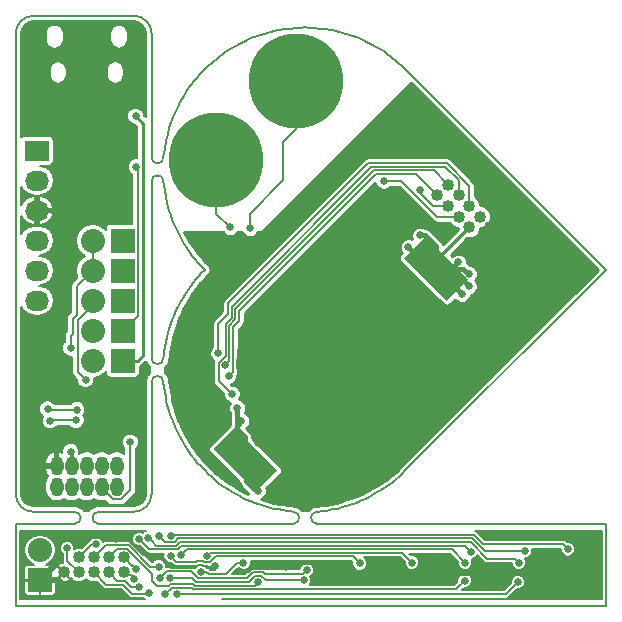
<source format=gbl>
G04 #@! TF.FileFunction,Copper,L2,Bot,Signal*
%FSLAX46Y46*%
G04 Gerber Fmt 4.6, Leading zero omitted, Abs format (unit mm)*
G04 Created by KiCad (PCBNEW (2016-07-22 BZR 6991, Git 146a78a)-product) date Tue Jul 26 18:11:02 2016*
%MOMM*%
%LPD*%
G01*
G04 APERTURE LIST*
%ADD10C,0.100000*%
%ADD11C,0.150000*%
%ADD12C,1.016000*%
%ADD13R,2.032000X2.032000*%
%ADD14O,2.032000X2.032000*%
%ADD15R,2.032000X1.727200*%
%ADD16O,2.032000X1.727200*%
%ADD17O,1.104800X1.612800*%
%ADD18C,17.780000*%
%ADD19C,8.000000*%
%ADD20C,0.635000*%
%ADD21C,0.254000*%
%ADD22C,0.152400*%
%ADD23C,0.508000*%
%ADD24C,0.304800*%
%ADD25C,0.203200*%
%ADD26C,0.381000*%
G04 APERTURE END LIST*
D10*
D11*
X38500000Y-17500000D02*
G75*
G03X37000000Y-16000000I-1500000J0D01*
G01*
X28500000Y-16000000D02*
G75*
G03X27000000Y-17500000I0J-1500000D01*
G01*
X37000000Y-58000000D02*
G75*
G03X38500000Y-56500000I0J1500000D01*
G01*
X27000000Y-56500000D02*
G75*
G03X28500000Y-58000000I1500000J0D01*
G01*
X43260000Y-54760000D02*
X43000000Y-54500000D01*
X43580000Y-55060000D02*
X43260000Y-54760000D01*
X43860000Y-55280000D02*
X43580000Y-55060000D01*
X44170000Y-55550000D02*
X43860000Y-55280000D01*
X44480000Y-55780000D02*
X44170000Y-55550000D01*
X44810000Y-55990000D02*
X44480000Y-55780000D01*
X45100000Y-56190000D02*
X44810000Y-55990000D01*
X45460000Y-56410000D02*
X45100000Y-56190000D01*
X45800000Y-56590000D02*
X45460000Y-56410000D01*
X46240000Y-56810000D02*
X45800000Y-56590000D01*
X46540000Y-56960000D02*
X46240000Y-56810000D01*
X46880000Y-57100000D02*
X46540000Y-56960000D01*
X47180000Y-57230000D02*
X46880000Y-57100000D01*
X47570000Y-57370000D02*
X47180000Y-57230000D01*
X48000000Y-57500000D02*
X47570000Y-57370000D01*
X48400000Y-57620000D02*
X48000000Y-57500000D01*
X48790000Y-57720000D02*
X48400000Y-57620000D01*
X49190000Y-57800000D02*
X48790000Y-57720000D01*
X49600000Y-57880000D02*
X49190000Y-57800000D01*
X49980000Y-57930000D02*
X49600000Y-57880000D01*
X50300000Y-57960000D02*
X49980000Y-57930000D01*
X50500000Y-58000000D02*
X50300000Y-57960000D01*
X53010000Y-57940000D02*
X52500000Y-58000000D01*
X53350000Y-57890000D02*
X53010000Y-57940000D01*
X53800000Y-57800000D02*
X53350000Y-57890000D01*
X54260000Y-57720000D02*
X53800000Y-57800000D01*
X54650000Y-57620000D02*
X54260000Y-57720000D01*
X54940000Y-57510000D02*
X54650000Y-57620000D01*
X55530000Y-57340000D02*
X54940000Y-57510000D01*
X55860000Y-57230000D02*
X55530000Y-57340000D01*
X56130000Y-57090000D02*
X55860000Y-57230000D01*
X56540000Y-56930000D02*
X56130000Y-57090000D01*
X56830000Y-56790000D02*
X56540000Y-56930000D01*
X57180000Y-56590000D02*
X56830000Y-56790000D01*
X57620000Y-56360000D02*
X57180000Y-56590000D01*
X57920000Y-56180000D02*
X57620000Y-56360000D01*
X58200000Y-55980000D02*
X57920000Y-56180000D01*
X58610000Y-55700000D02*
X58200000Y-55980000D01*
X58930000Y-55470000D02*
X58610000Y-55700000D01*
X59150000Y-55270000D02*
X58930000Y-55470000D01*
X59500000Y-54980000D02*
X59150000Y-55270000D01*
X59710000Y-54790000D02*
X59500000Y-54980000D01*
X60000000Y-54500000D02*
X59710000Y-54790000D01*
X52500000Y-59000000D02*
X77000000Y-59000000D01*
X50500000Y-59000000D02*
X34000000Y-59000000D01*
X34000000Y-58000000D02*
G75*
G03X34000000Y-59000000I0J-500000D01*
G01*
X52500000Y-58000000D02*
G75*
G03X52500000Y-59000000I0J-500000D01*
G01*
X50500000Y-59000000D02*
G75*
G03X50500000Y-58000000I0J500000D01*
G01*
X32000000Y-59000000D02*
G75*
G03X32500000Y-58500000I0J500000D01*
G01*
X32000000Y-59000000D02*
X27000000Y-59000000D01*
X77000000Y-66000000D02*
X77000000Y-59000000D01*
X27000000Y-66000000D02*
X77000000Y-66000000D01*
X27000000Y-59000000D02*
X27000000Y-66000000D01*
X38500000Y-47000000D02*
X38500000Y-56500000D01*
X38500000Y-30000000D02*
X38500000Y-45000000D01*
X42990000Y-54480000D02*
X43000000Y-54500000D01*
X42650000Y-54130000D02*
X42990000Y-54480000D01*
X42380000Y-53830000D02*
X42650000Y-54130000D01*
X42200000Y-53610000D02*
X42380000Y-53830000D01*
X41880000Y-53210000D02*
X42200000Y-53610000D01*
X41650000Y-52900000D02*
X41880000Y-53210000D01*
X41510000Y-52680000D02*
X41650000Y-52900000D01*
X41250000Y-52290000D02*
X41510000Y-52680000D01*
X41040000Y-51950000D02*
X41250000Y-52290000D01*
X40910000Y-51690000D02*
X41040000Y-51950000D01*
X40700000Y-51300000D02*
X40910000Y-51690000D01*
X40530000Y-50950000D02*
X40700000Y-51300000D01*
X40400000Y-50600000D02*
X40530000Y-50950000D01*
X40220000Y-50180000D02*
X40400000Y-50600000D01*
X40100000Y-49840000D02*
X40220000Y-50180000D01*
X40000000Y-49500000D02*
X40100000Y-49840000D01*
X39830000Y-48980000D02*
X40000000Y-49500000D01*
X39760000Y-48650000D02*
X39830000Y-48980000D01*
X39700000Y-48310000D02*
X39760000Y-48650000D01*
X39610000Y-47830000D02*
X39700000Y-48310000D01*
X39540000Y-47420000D02*
X39610000Y-47830000D01*
X39500000Y-47000000D02*
X39540000Y-47420000D01*
X39500000Y-47000000D02*
G75*
G03X38500000Y-47000000I-500000J0D01*
G01*
X38500000Y-45000000D02*
G75*
G03X39500000Y-45000000I500000J0D01*
G01*
X39540000Y-44810000D02*
X39500000Y-45000000D01*
X39580000Y-44450000D02*
X39540000Y-44810000D01*
X39640000Y-44020000D02*
X39580000Y-44450000D01*
X39710000Y-43660000D02*
X39640000Y-44020000D01*
X39800000Y-43210000D02*
X39710000Y-43660000D01*
X39900000Y-42840000D02*
X39800000Y-43210000D01*
X40000000Y-42500000D02*
X39900000Y-42840000D01*
X40150000Y-42040000D02*
X40000000Y-42500000D01*
X40260000Y-41730000D02*
X40150000Y-42040000D01*
X40400000Y-41390000D02*
X40260000Y-41730000D01*
X40600000Y-40940000D02*
X40400000Y-41390000D01*
X40750000Y-40620000D02*
X40600000Y-40940000D01*
X40910000Y-40300000D02*
X40750000Y-40620000D01*
X41160000Y-39870000D02*
X40910000Y-40300000D01*
X41300000Y-39640000D02*
X41160000Y-39870000D01*
X41550000Y-39260000D02*
X41300000Y-39640000D01*
X41800000Y-38910000D02*
X41550000Y-39260000D01*
X42020000Y-38600000D02*
X41800000Y-38910000D01*
X42260000Y-38320000D02*
X42020000Y-38600000D01*
X42520000Y-38010000D02*
X42260000Y-38320000D01*
X42710000Y-37790000D02*
X42520000Y-38010000D01*
X43000000Y-37500000D02*
X42710000Y-37790000D01*
X38500000Y-17500000D02*
X38500000Y-28000000D01*
X60000000Y-20500000D02*
G75*
G03X43000000Y-20500000I-8500000J-8500000D01*
G01*
X42650000Y-37160000D02*
X43000000Y-37500000D01*
X42440000Y-36910000D02*
X42650000Y-37160000D01*
X42200000Y-36600000D02*
X42440000Y-36910000D01*
X41960000Y-36330000D02*
X42200000Y-36600000D01*
X41780000Y-36080000D02*
X41960000Y-36330000D01*
X41510000Y-35690000D02*
X41780000Y-36080000D01*
X41280000Y-35330000D02*
X41510000Y-35690000D01*
X41080000Y-35000000D02*
X41280000Y-35330000D01*
X40900000Y-34680000D02*
X41080000Y-35000000D01*
X40710000Y-34320000D02*
X40900000Y-34680000D01*
X40550000Y-33990000D02*
X40710000Y-34320000D01*
X40400000Y-33600000D02*
X40550000Y-33990000D01*
X40260000Y-33280000D02*
X40400000Y-33600000D01*
X40120000Y-32890000D02*
X40260000Y-33280000D01*
X40000000Y-32500000D02*
X40120000Y-32890000D01*
X39820000Y-31860000D02*
X40000000Y-32500000D01*
X39700000Y-31320000D02*
X39820000Y-31860000D01*
X39600000Y-30750000D02*
X39700000Y-31320000D01*
X39500000Y-30000000D02*
X39600000Y-30750000D01*
X39600000Y-27300000D02*
X39500000Y-28000000D01*
X39720000Y-26620000D02*
X39600000Y-27300000D01*
X39860000Y-26000000D02*
X39720000Y-26620000D01*
X40000000Y-25490000D02*
X39860000Y-26000000D01*
X40170000Y-24990000D02*
X40000000Y-25490000D01*
X40400000Y-24390000D02*
X40170000Y-24990000D01*
X40730000Y-23690000D02*
X40400000Y-24390000D01*
X40910000Y-23320000D02*
X40730000Y-23690000D01*
X41240000Y-22770000D02*
X40910000Y-23320000D01*
X41540000Y-22280000D02*
X41240000Y-22770000D01*
X41770000Y-21970000D02*
X41540000Y-22280000D01*
X42170000Y-21430000D02*
X41770000Y-21970000D01*
X42330000Y-21240000D02*
X42170000Y-21430000D01*
X42610000Y-20930000D02*
X42330000Y-21240000D01*
X43000000Y-20500000D02*
X42610000Y-20930000D01*
X39500000Y-30000000D02*
G75*
G03X38500000Y-30000000I-500000J0D01*
G01*
X38500000Y-28000000D02*
G75*
G03X39500000Y-28000000I500000J0D01*
G01*
X77000000Y-37500000D02*
X60000000Y-20500000D01*
X60000000Y-54500000D02*
X77000000Y-37500000D01*
X37000000Y-58000000D02*
X34000000Y-58000000D01*
X32000000Y-58000000D02*
X28500000Y-58000000D01*
X32500000Y-58500000D02*
G75*
G03X32000000Y-58000000I-500000J0D01*
G01*
X28500000Y-16000000D02*
X37000000Y-16000000D01*
X27000000Y-56500000D02*
X27000000Y-17500000D01*
D12*
X67196051Y-33900000D03*
X66298025Y-33001975D03*
X65400000Y-32103949D03*
X64501974Y-31205924D03*
X63603949Y-30307898D03*
X65400000Y-33900000D03*
X64501974Y-33001975D03*
X63603949Y-32103949D03*
X62705923Y-31205924D03*
X31060000Y-63135000D03*
X32330000Y-63135000D03*
X33600000Y-63135000D03*
X34870000Y-63135000D03*
X36140000Y-63135000D03*
X32330000Y-61865000D03*
X33600000Y-61865000D03*
X34870000Y-61865000D03*
X36140000Y-61865000D03*
D13*
X29050000Y-63800000D03*
D14*
X29050000Y-61260000D03*
D13*
X36068000Y-45212000D03*
D14*
X33528000Y-45212000D03*
D13*
X36068000Y-40132000D03*
D14*
X33528000Y-40132000D03*
D13*
X36068000Y-37592000D03*
D14*
X33528000Y-37592000D03*
D15*
X28800000Y-27420000D03*
D16*
X28800000Y-29960000D03*
X28800000Y-32500000D03*
X28800000Y-35040000D03*
X28800000Y-37580000D03*
X28800000Y-40120000D03*
D17*
X30460000Y-54111000D03*
X31730000Y-54111000D03*
X33000000Y-54111000D03*
X34270000Y-54111000D03*
X35540000Y-54111000D03*
X30460000Y-55889000D03*
X31730000Y-55889000D03*
X33000000Y-55889000D03*
X34270000Y-55889000D03*
X35540000Y-55889000D03*
D10*
G36*
X61684205Y-34723692D02*
X65276308Y-38315795D01*
X63480257Y-40111846D01*
X59888154Y-36519743D01*
X61684205Y-34723692D01*
X61684205Y-34723692D01*
G37*
G36*
X45519743Y-50888154D02*
X49111846Y-54480257D01*
X47315795Y-56276308D01*
X43723692Y-52684205D01*
X45519743Y-50888154D01*
X45519743Y-50888154D01*
G37*
D18*
X54500000Y-45500000D03*
D19*
X50750000Y-21500000D03*
X44000000Y-28250000D03*
D13*
X36068000Y-42672000D03*
D14*
X33528000Y-42672000D03*
D13*
X36068000Y-35052000D03*
D14*
X33528000Y-35052000D03*
D20*
X67940000Y-62670000D03*
X63450000Y-62620000D03*
X58950000Y-62680000D03*
X54340000Y-62670000D03*
X49890000Y-62670000D03*
X72360000Y-62670000D03*
X33795511Y-60754578D03*
X45900000Y-63033623D03*
X43904054Y-62603695D03*
X35469908Y-60277478D03*
X32866184Y-60332302D03*
X35680462Y-64849363D03*
X31350000Y-61080098D03*
X37219427Y-62871081D03*
X37037496Y-63700685D03*
X37450000Y-64384426D03*
X38255731Y-64862682D03*
X47530098Y-63948056D03*
X39096022Y-62648077D03*
X51390000Y-63800000D03*
X40095187Y-63566524D03*
X42693555Y-63093245D03*
X46278545Y-62322205D03*
X39199484Y-63614263D03*
X51640982Y-62939346D03*
X56130551Y-62370165D03*
X40128233Y-61746110D03*
X43214617Y-61712583D03*
X60550000Y-62300000D03*
X65530000Y-61390000D03*
X37459961Y-60310541D03*
X65020137Y-63826910D03*
X39649992Y-64963560D03*
X69515328Y-63954890D03*
X40650000Y-64963552D03*
X65050000Y-62300000D03*
X41007421Y-61667760D03*
X38242062Y-60191908D03*
X69600000Y-62300000D03*
X70130000Y-61330000D03*
X39150000Y-60036449D03*
X73750000Y-61170000D03*
X40123758Y-60009416D03*
X31656802Y-52908264D03*
X37150309Y-24498249D03*
X32921479Y-46815973D03*
X31658628Y-44150509D03*
X29918694Y-50297334D03*
X32119608Y-50251290D03*
X29693719Y-49281069D03*
X32164313Y-49357196D03*
X36700000Y-52100000D03*
X36400000Y-31800000D03*
X35000000Y-31800000D03*
X32900000Y-29900000D03*
X35400000Y-24800000D03*
X31200000Y-22500000D03*
X45530065Y-38195663D03*
X46252064Y-37481032D03*
X44300000Y-50300000D03*
X43700000Y-49700000D03*
X47500000Y-51300000D03*
X47500000Y-52200000D03*
X49650000Y-44200000D03*
X43000000Y-34900000D03*
X44150808Y-44589535D03*
X45300000Y-48000000D03*
X44748855Y-45587510D03*
X58144511Y-29969609D03*
X61196124Y-30743806D03*
X45020730Y-46478133D03*
X46825000Y-33975000D03*
X45150000Y-33900000D03*
X61242228Y-34602228D03*
X60250000Y-35580000D03*
X65350000Y-37860000D03*
X65360000Y-38920000D03*
X64770000Y-39550000D03*
X64470000Y-36880000D03*
X46100000Y-50300000D03*
X47488268Y-56229453D03*
X45750000Y-49200000D03*
X37200000Y-28800000D03*
D21*
X63450000Y-63230000D02*
X67960000Y-63230000D01*
X67960000Y-63230000D02*
X70462977Y-63230000D01*
X67940000Y-62670000D02*
X67940000Y-63210000D01*
X67940000Y-63210000D02*
X67960000Y-63230000D01*
X58930000Y-63230000D02*
X63450000Y-63230000D01*
X63450000Y-63069012D02*
X63450000Y-63230000D01*
X63450000Y-62620000D02*
X63450000Y-63069012D01*
X55664070Y-63230000D02*
X58930000Y-63230000D01*
X58950000Y-63210000D02*
X58930000Y-63230000D01*
X58950000Y-62680000D02*
X58950000Y-63210000D01*
X54734070Y-62300000D02*
X55664070Y-63230000D01*
X54330000Y-62300000D02*
X54734070Y-62300000D01*
X70462977Y-63230000D02*
X71022977Y-62670000D01*
X71022977Y-62670000D02*
X72360000Y-62670000D01*
X54330000Y-62300000D02*
X49804873Y-62300000D01*
X54340000Y-62670000D02*
X54330000Y-62660000D01*
X54330000Y-62660000D02*
X54330000Y-62300000D01*
X49804873Y-62300000D02*
X49640000Y-62464873D01*
X49640000Y-62464873D02*
X49363341Y-62741532D01*
X49890000Y-62670000D02*
X49684873Y-62464873D01*
X49684873Y-62464873D02*
X49640000Y-62464873D01*
X49363341Y-62741532D02*
X46942283Y-62741532D01*
X46942283Y-62741532D02*
X46650192Y-63033623D01*
X46650192Y-63033623D02*
X45900000Y-63033623D01*
D22*
X33440422Y-60754578D02*
X33795511Y-60754578D01*
X32330000Y-61865000D02*
X33440422Y-60754578D01*
D21*
X43857749Y-62650000D02*
X43904054Y-62603695D01*
D22*
X42750257Y-62487522D02*
X42826231Y-62563496D01*
X41974974Y-62673222D02*
X42227623Y-62673222D01*
X43163496Y-62563496D02*
X43250000Y-62650000D01*
X42826231Y-62563496D02*
X43163496Y-62563496D01*
X42227623Y-62673222D02*
X42413323Y-62487522D01*
X42413323Y-62487522D02*
X42750257Y-62487522D01*
D21*
X43250000Y-62650000D02*
X43857749Y-62650000D01*
D23*
X33167818Y-60030668D02*
X35223098Y-60030668D01*
X35223098Y-60030668D02*
X35469908Y-60277478D01*
X32866184Y-60332302D02*
X33167818Y-60030668D01*
D21*
X36530302Y-60277478D02*
X37792265Y-61539441D01*
X35469908Y-60277478D02*
X36530302Y-60277478D01*
D23*
X30577599Y-60748176D02*
X30993473Y-60332302D01*
X30993473Y-60332302D02*
X32866184Y-60332302D01*
D21*
X37792265Y-61539441D02*
X39000556Y-61539441D01*
X40125927Y-62664812D02*
X41966564Y-62664812D01*
X41966564Y-62664812D02*
X41974974Y-62673222D01*
X39000556Y-61539441D02*
X40125927Y-62664812D01*
D23*
X30577599Y-60748176D02*
X30577599Y-62272401D01*
X30577599Y-62272401D02*
X30400000Y-62450000D01*
X31623363Y-64849363D02*
X35680462Y-64849363D01*
X30574000Y-63800000D02*
X31623363Y-64849363D01*
X29050000Y-63800000D02*
X30574000Y-63800000D01*
X30400000Y-62450000D02*
X29050000Y-63800000D01*
D21*
X31060000Y-63135000D02*
X30400000Y-62475000D01*
X30400000Y-62475000D02*
X30400000Y-62450000D01*
D22*
X31350000Y-61080098D02*
X31350000Y-62155000D01*
X31350000Y-62155000D02*
X32330000Y-63135000D01*
X36901928Y-62553582D02*
X36828582Y-62553582D01*
X36828582Y-62553582D02*
X36140000Y-61865000D01*
X36873745Y-62525399D02*
X36901928Y-62553582D01*
X36901928Y-62553582D02*
X37219427Y-62871081D01*
X36719997Y-63383186D02*
X36388186Y-63383186D01*
X36388186Y-63383186D02*
X36140000Y-63135000D01*
X36719997Y-63383186D02*
X37037496Y-63700685D01*
X37450000Y-64384426D02*
X36784426Y-64384426D01*
X36784426Y-64384426D02*
X36271601Y-63871601D01*
X36271601Y-63871601D02*
X35606601Y-63871601D01*
X35606601Y-63871601D02*
X34870000Y-63135000D01*
X38255731Y-64862682D02*
X38172386Y-64946027D01*
X38172386Y-64946027D02*
X36827251Y-64946027D01*
X36827251Y-64946027D02*
X36067119Y-64185895D01*
X36067119Y-64185895D02*
X34650895Y-64185895D01*
X34650895Y-64185895D02*
X33600000Y-63135000D01*
X42178914Y-64248968D02*
X42042585Y-64112639D01*
X35606601Y-61128399D02*
X34870000Y-61865000D01*
X39940279Y-64242212D02*
X38951204Y-64242212D01*
X38550000Y-63841008D02*
X38550000Y-63231151D01*
X38951204Y-64242212D02*
X38550000Y-63841008D01*
X40069852Y-64112639D02*
X39940279Y-64242212D01*
X42042585Y-64112639D02*
X40069852Y-64112639D01*
X47229186Y-64248968D02*
X42178914Y-64248968D01*
X38550000Y-63231151D02*
X36447248Y-61128399D01*
X47530098Y-63948056D02*
X47229186Y-64248968D01*
X36447248Y-61128399D02*
X35606601Y-61128399D01*
X33600000Y-61865000D02*
X34641412Y-60823588D01*
X34641412Y-60823588D02*
X36573503Y-60823588D01*
X36573503Y-60823588D02*
X38397992Y-62648077D01*
X38397992Y-62648077D02*
X39096022Y-62648077D01*
X48189353Y-63799079D02*
X51389079Y-63799079D01*
X51389079Y-63799079D02*
X51390000Y-63800000D01*
X40095187Y-63566524D02*
X41927537Y-63566524D01*
X47267968Y-63401954D02*
X47792228Y-63401954D01*
X42305170Y-63944157D02*
X46725765Y-63944157D01*
X41927537Y-63566524D02*
X42305170Y-63944157D01*
X46725765Y-63944157D02*
X47267968Y-63401954D01*
X47792228Y-63401954D02*
X48189353Y-63799079D01*
X44768688Y-63274922D02*
X43324244Y-63274922D01*
X45721405Y-62322205D02*
X44768688Y-63274922D01*
X43324244Y-63274922D02*
X43142567Y-63093245D01*
X46278545Y-62322205D02*
X45721405Y-62322205D01*
X43142567Y-63093245D02*
X42693555Y-63093245D01*
X41835262Y-63020423D02*
X39793324Y-63020423D01*
X39793324Y-63020423D02*
X39199484Y-63614263D01*
X46563563Y-63639346D02*
X42454185Y-63639346D01*
X42454185Y-63639346D02*
X41835262Y-63020423D01*
X47105766Y-63097143D02*
X46563563Y-63639346D01*
X48078186Y-63256845D02*
X47918484Y-63097143D01*
X51323483Y-63256845D02*
X48078186Y-63256845D01*
X51640982Y-62939346D02*
X51323483Y-63256845D01*
X47918484Y-63097143D02*
X47105766Y-63097143D01*
X42287067Y-62182711D02*
X42876513Y-62182711D01*
X55536481Y-61776095D02*
X56130551Y-62370165D01*
X43949408Y-61776095D02*
X55536481Y-61776095D01*
X42952487Y-62258685D02*
X43466818Y-62258685D01*
X42876513Y-62182711D02*
X42952487Y-62258685D01*
X42255908Y-62213870D02*
X42287067Y-62182711D01*
X40595993Y-62213870D02*
X42255908Y-62213870D01*
X40128233Y-61746110D02*
X40595993Y-62213870D01*
X43466818Y-62258685D02*
X43949408Y-61776095D01*
X60550000Y-62300000D02*
X59721284Y-61471284D01*
X43455916Y-61471284D02*
X43214617Y-61712583D01*
X59721284Y-61471284D02*
X43455916Y-61471284D01*
X64455930Y-60861662D02*
X65001662Y-60861662D01*
X65001662Y-60861662D02*
X65530000Y-61390000D01*
X38314560Y-61165140D02*
X37459961Y-60310541D01*
X40701811Y-61165140D02*
X38314560Y-61165140D01*
X41005289Y-60861662D02*
X40701811Y-61165140D01*
X64455930Y-60861662D02*
X41005289Y-60861662D01*
X42052658Y-64553779D02*
X64293268Y-64553779D01*
X64702638Y-64144409D02*
X65020137Y-63826910D01*
X40196108Y-64417450D02*
X41916329Y-64417450D01*
X64293268Y-64553779D02*
X64702638Y-64144409D01*
X41916329Y-64417450D02*
X42052658Y-64553779D01*
X39650003Y-64963555D02*
X40196108Y-64417450D01*
X40649992Y-64963560D02*
X68506658Y-64963560D01*
X68506658Y-64963560D02*
X69197829Y-64272389D01*
X69197829Y-64272389D02*
X69515328Y-63954890D01*
X63916473Y-61166473D02*
X41508708Y-61166473D01*
X65050000Y-62300000D02*
X63916473Y-61166473D01*
X41508708Y-61166473D02*
X41007421Y-61667760D01*
X38559561Y-60509407D02*
X38242062Y-60191908D01*
X40575555Y-60860329D02*
X38910483Y-60860329D01*
X38910483Y-60860329D02*
X38559561Y-60509407D01*
X69600000Y-62300000D02*
X69282501Y-61982501D01*
X69282501Y-61982501D02*
X66945242Y-61982501D01*
X66945242Y-61982501D02*
X65519592Y-60556851D01*
X40879033Y-60556851D02*
X40575555Y-60860329D01*
X65519592Y-60556851D02*
X40879033Y-60556851D01*
X39669073Y-60555518D02*
X39150002Y-60036447D01*
X65645848Y-60252040D02*
X40752777Y-60252040D01*
X66723808Y-61330000D02*
X65645848Y-60252040D01*
X70130000Y-61330000D02*
X66723808Y-61330000D01*
X40449299Y-60555518D02*
X39669073Y-60555518D01*
X40752777Y-60252040D02*
X40449299Y-60555518D01*
X66591061Y-60766187D02*
X70870000Y-60766187D01*
X70870000Y-60766187D02*
X73346187Y-60766187D01*
X73346187Y-60766187D02*
X73750000Y-61170000D01*
X40123758Y-60009416D02*
X40185945Y-59947229D01*
X40185945Y-59947229D02*
X65772103Y-59947229D01*
X65772103Y-59947229D02*
X66591061Y-60766187D01*
D24*
X31730000Y-54365000D02*
X31730000Y-52981462D01*
X31730000Y-52981462D02*
X31656802Y-52908264D01*
D21*
X37796902Y-25144842D02*
X37150309Y-24498249D01*
X37338000Y-45212000D02*
X37796902Y-44753098D01*
X36068000Y-45212000D02*
X37338000Y-45212000D01*
X37796902Y-44753098D02*
X37796902Y-25144842D01*
D25*
X31730000Y-55635000D02*
X31730000Y-56013435D01*
X32257999Y-46152493D02*
X32921479Y-46815973D01*
X32257999Y-41744909D02*
X32257999Y-46152493D01*
X33528000Y-40474908D02*
X32257999Y-41744909D01*
X33528000Y-40132000D02*
X33528000Y-40474908D01*
X31658628Y-43130000D02*
X31658628Y-44150509D01*
X31850000Y-41650000D02*
X31850000Y-42938628D01*
X31850000Y-42938628D02*
X31658628Y-43130000D01*
X32200000Y-41300000D02*
X31850000Y-41650000D01*
X32200000Y-38920000D02*
X32200000Y-41300000D01*
X33528000Y-37592000D02*
X32200000Y-38920000D01*
X33528000Y-37592000D02*
X33528000Y-35052000D01*
X29964738Y-50251290D02*
X29918694Y-50297334D01*
X32119608Y-50251290D02*
X29964738Y-50251290D01*
X29769846Y-49357196D02*
X29693719Y-49281069D01*
X32164313Y-49357196D02*
X29769846Y-49357196D01*
X28800000Y-35040000D02*
X28952400Y-35040000D01*
X36700000Y-52100000D02*
X36700000Y-56123435D01*
X35205975Y-56949410D02*
X34270000Y-56013435D01*
X36700000Y-56123435D02*
X35874025Y-56949410D01*
X35874025Y-56949410D02*
X35205975Y-56949410D01*
X34270000Y-56013435D02*
X34270000Y-55635000D01*
D22*
X32100000Y-24800000D02*
X32100000Y-23400000D01*
X35400000Y-24800000D02*
X32100000Y-24800000D01*
X32100000Y-23400000D02*
X31200000Y-22500000D01*
D23*
X47500000Y-51300000D02*
X48100000Y-50700000D01*
X48100000Y-50700000D02*
X49000000Y-50700000D01*
X49000000Y-50700000D02*
X53100000Y-46600000D01*
X47500000Y-52200000D02*
X54200000Y-45500000D01*
D22*
X44150808Y-44589535D02*
X44150808Y-42059192D01*
X44150808Y-42059192D02*
X44980000Y-41230000D01*
X63485796Y-28489054D02*
X65400000Y-30403258D01*
X44980000Y-41230000D02*
X44980000Y-40344719D01*
X44980000Y-40344719D02*
X56835665Y-28489054D01*
X56835665Y-28489054D02*
X63485796Y-28489054D01*
X65400000Y-30403258D02*
X65400000Y-32103949D01*
X64501974Y-29936298D02*
X63359541Y-28793865D01*
X45284811Y-41586255D02*
X44764809Y-42106257D01*
X57114690Y-28793865D02*
X45284811Y-40623744D01*
X44190000Y-46890000D02*
X45300000Y-48000000D01*
X44764809Y-44783764D02*
X44190000Y-45358573D01*
X63359541Y-28793865D02*
X57114690Y-28793865D01*
X64501974Y-31205924D02*
X64501974Y-29936298D01*
X44764809Y-42106257D02*
X44764809Y-44783764D01*
X44190000Y-45358573D02*
X44190000Y-46890000D01*
X45284811Y-40623744D02*
X45284811Y-41586255D01*
X57350750Y-29098676D02*
X62394727Y-29098676D01*
X62394727Y-29098676D02*
X63603949Y-30307898D01*
X45589622Y-40859804D02*
X57350750Y-29098676D01*
X45069620Y-42232513D02*
X45589622Y-41712511D01*
X45589622Y-41712511D02*
X45589622Y-40859804D01*
X44748855Y-45587510D02*
X45069620Y-45266745D01*
X45069620Y-45266745D02*
X45069620Y-42232513D01*
X64501974Y-33001975D02*
X62681975Y-33001975D01*
X59649609Y-29969609D02*
X62681975Y-33001975D01*
X58144511Y-29969609D02*
X59649609Y-29969609D01*
X63603949Y-32103949D02*
X62302347Y-32103949D01*
X62302347Y-32103949D02*
X61196124Y-30997726D01*
X61196124Y-30997726D02*
X61196124Y-30743806D01*
X45894433Y-40986060D02*
X57477006Y-29403487D01*
X57477006Y-29403487D02*
X60903486Y-29403487D01*
X60903486Y-29403487D02*
X62705923Y-31205924D01*
X45894433Y-41838767D02*
X45894433Y-40986060D01*
X45020730Y-46478133D02*
X45374430Y-46124433D01*
X45374430Y-46124433D02*
X45374430Y-42358770D01*
X45374430Y-42358770D02*
X45894433Y-41838767D01*
X46825000Y-33975000D02*
X46825000Y-32759941D01*
X46825000Y-32759941D02*
X49670428Y-29914513D01*
X49670428Y-29914513D02*
X49670428Y-26679572D01*
X49670428Y-26679572D02*
X50750000Y-25600000D01*
X50750000Y-25600000D02*
X50750000Y-21500000D01*
X44000000Y-28250000D02*
X44000000Y-32750000D01*
X44000000Y-32750000D02*
X45150000Y-33900000D01*
D26*
X61662741Y-34602228D02*
X61242228Y-34602228D01*
X62582231Y-35521718D02*
X61662741Y-34602228D01*
X62582231Y-37417769D02*
X62582231Y-35521718D01*
D21*
X65400000Y-33900000D02*
X62582231Y-36717769D01*
X62582231Y-36717769D02*
X62582231Y-37417769D01*
D26*
X62582231Y-37417769D02*
X62087769Y-37417769D01*
X62087769Y-37417769D02*
X60250000Y-35580000D01*
X62582231Y-37417769D02*
X64907769Y-37417769D01*
X64907769Y-37417769D02*
X65350000Y-37860000D01*
X62582231Y-37417769D02*
X63857769Y-37417769D01*
X63857769Y-37417769D02*
X65360000Y-38920000D01*
X62582231Y-37417769D02*
X62637769Y-37417769D01*
X62637769Y-37417769D02*
X64770000Y-39550000D01*
X62582231Y-37417769D02*
X63932231Y-37417769D01*
X63932231Y-37417769D02*
X64470000Y-36880000D01*
X45750000Y-49200000D02*
X45750000Y-50600000D01*
X45750000Y-50600000D02*
X45750000Y-51018411D01*
X46100000Y-50300000D02*
X45782501Y-50617499D01*
X45767499Y-50617499D02*
X45750000Y-50600000D01*
X45782501Y-50617499D02*
X45767499Y-50617499D01*
X45750000Y-51018411D02*
X46417769Y-51686180D01*
D22*
X46417769Y-55478282D02*
X47168940Y-56229453D01*
X47168940Y-56229453D02*
X47488268Y-56229453D01*
X46417769Y-53582231D02*
X46417769Y-55478282D01*
D26*
X46417769Y-53582231D02*
X46417769Y-51686180D01*
D25*
X36068000Y-42672000D02*
X37338001Y-41401999D01*
X37338001Y-28938001D02*
X37200000Y-28800000D01*
X37338001Y-41401999D02*
X37338001Y-28938001D01*
G36*
X76620200Y-65398400D02*
X44501600Y-65398400D01*
X44501600Y-65344560D01*
X68506658Y-65344560D01*
X68652461Y-65315558D01*
X68776066Y-65232968D01*
X69431915Y-64577118D01*
X69638568Y-64577298D01*
X69867372Y-64482758D01*
X70042581Y-64307855D01*
X70137520Y-64079216D01*
X70137736Y-63831650D01*
X70043196Y-63602846D01*
X69868293Y-63427637D01*
X69639654Y-63332698D01*
X69392088Y-63332482D01*
X69163284Y-63427022D01*
X68988075Y-63601925D01*
X68893136Y-63830564D01*
X68892955Y-64038448D01*
X68348842Y-64582560D01*
X64803302Y-64582560D01*
X64936724Y-64449138D01*
X65143377Y-64449318D01*
X65372181Y-64354778D01*
X65547390Y-64179875D01*
X65642329Y-63951236D01*
X65642545Y-63703670D01*
X65548005Y-63474866D01*
X65373102Y-63299657D01*
X65144463Y-63204718D01*
X64896897Y-63204502D01*
X64668093Y-63299042D01*
X64492884Y-63473945D01*
X64397945Y-63702584D01*
X64397764Y-63910468D01*
X64135452Y-64172779D01*
X51897404Y-64172779D01*
X51917253Y-64152965D01*
X52012192Y-63924326D01*
X52012408Y-63676760D01*
X51935625Y-63490932D01*
X51993026Y-63467214D01*
X52168235Y-63292311D01*
X52263174Y-63063672D01*
X52263390Y-62816106D01*
X52168850Y-62587302D01*
X51993947Y-62412093D01*
X51765308Y-62317154D01*
X51517742Y-62316938D01*
X51288938Y-62411478D01*
X51113729Y-62586381D01*
X51018790Y-62815020D01*
X51018737Y-62875845D01*
X48236002Y-62875845D01*
X48187892Y-62827735D01*
X48064287Y-62745145D01*
X47918484Y-62716143D01*
X47105771Y-62716143D01*
X47105766Y-62716142D01*
X46959964Y-62745145D01*
X46836358Y-62827735D01*
X46405747Y-63258346D01*
X45324080Y-63258346D01*
X45829358Y-62753067D01*
X45925580Y-62849458D01*
X46154219Y-62944397D01*
X46401785Y-62944613D01*
X46630589Y-62850073D01*
X46805798Y-62675170D01*
X46900737Y-62446531D01*
X46900953Y-62198965D01*
X46883653Y-62157095D01*
X55378665Y-62157095D01*
X55508323Y-62286753D01*
X55508143Y-62493405D01*
X55602683Y-62722209D01*
X55777586Y-62897418D01*
X56006225Y-62992357D01*
X56253791Y-62992573D01*
X56482595Y-62898033D01*
X56657804Y-62723130D01*
X56752743Y-62494491D01*
X56752959Y-62246925D01*
X56658419Y-62018121D01*
X56492872Y-61852284D01*
X59563468Y-61852284D01*
X59927772Y-62216588D01*
X59927592Y-62423240D01*
X60022132Y-62652044D01*
X60197035Y-62827253D01*
X60425674Y-62922192D01*
X60673240Y-62922408D01*
X60902044Y-62827868D01*
X61077253Y-62652965D01*
X61172192Y-62424326D01*
X61172408Y-62176760D01*
X61077868Y-61947956D01*
X60902965Y-61772747D01*
X60674326Y-61677808D01*
X60466442Y-61677627D01*
X60336289Y-61547473D01*
X63758657Y-61547473D01*
X64427772Y-62216588D01*
X64427592Y-62423240D01*
X64522132Y-62652044D01*
X64697035Y-62827253D01*
X64925674Y-62922192D01*
X65173240Y-62922408D01*
X65402044Y-62827868D01*
X65577253Y-62652965D01*
X65672192Y-62424326D01*
X65672408Y-62176760D01*
X65604481Y-62012365D01*
X65653240Y-62012408D01*
X65882044Y-61917868D01*
X66057253Y-61742965D01*
X66089421Y-61665495D01*
X66675832Y-62251906D01*
X66675834Y-62251909D01*
X66745363Y-62298366D01*
X66799440Y-62334499D01*
X66945242Y-62363502D01*
X66945247Y-62363501D01*
X68977644Y-62363501D01*
X68977592Y-62423240D01*
X69072132Y-62652044D01*
X69247035Y-62827253D01*
X69475674Y-62922192D01*
X69723240Y-62922408D01*
X69952044Y-62827868D01*
X70127253Y-62652965D01*
X70222192Y-62424326D01*
X70222408Y-62176760D01*
X70129663Y-61952300D01*
X70253240Y-61952408D01*
X70482044Y-61857868D01*
X70657253Y-61682965D01*
X70752192Y-61454326D01*
X70752408Y-61206760D01*
X70727793Y-61147187D01*
X73127719Y-61147187D01*
X73127592Y-61293240D01*
X73222132Y-61522044D01*
X73397035Y-61697253D01*
X73625674Y-61792192D01*
X73873240Y-61792408D01*
X74102044Y-61697868D01*
X74277253Y-61522965D01*
X74372192Y-61294326D01*
X74372408Y-61046760D01*
X74277868Y-60817956D01*
X74102965Y-60642747D01*
X73874326Y-60547808D01*
X73666443Y-60547627D01*
X73615595Y-60496779D01*
X73491990Y-60414189D01*
X73346187Y-60385187D01*
X66748876Y-60385187D01*
X66041511Y-59677821D01*
X65927438Y-59601600D01*
X76620200Y-59601600D01*
X76620200Y-65398400D01*
X76620200Y-65398400D01*
G37*
X76620200Y-65398400D02*
X44501600Y-65398400D01*
X44501600Y-65344560D01*
X68506658Y-65344560D01*
X68652461Y-65315558D01*
X68776066Y-65232968D01*
X69431915Y-64577118D01*
X69638568Y-64577298D01*
X69867372Y-64482758D01*
X70042581Y-64307855D01*
X70137520Y-64079216D01*
X70137736Y-63831650D01*
X70043196Y-63602846D01*
X69868293Y-63427637D01*
X69639654Y-63332698D01*
X69392088Y-63332482D01*
X69163284Y-63427022D01*
X68988075Y-63601925D01*
X68893136Y-63830564D01*
X68892955Y-64038448D01*
X68348842Y-64582560D01*
X64803302Y-64582560D01*
X64936724Y-64449138D01*
X65143377Y-64449318D01*
X65372181Y-64354778D01*
X65547390Y-64179875D01*
X65642329Y-63951236D01*
X65642545Y-63703670D01*
X65548005Y-63474866D01*
X65373102Y-63299657D01*
X65144463Y-63204718D01*
X64896897Y-63204502D01*
X64668093Y-63299042D01*
X64492884Y-63473945D01*
X64397945Y-63702584D01*
X64397764Y-63910468D01*
X64135452Y-64172779D01*
X51897404Y-64172779D01*
X51917253Y-64152965D01*
X52012192Y-63924326D01*
X52012408Y-63676760D01*
X51935625Y-63490932D01*
X51993026Y-63467214D01*
X52168235Y-63292311D01*
X52263174Y-63063672D01*
X52263390Y-62816106D01*
X52168850Y-62587302D01*
X51993947Y-62412093D01*
X51765308Y-62317154D01*
X51517742Y-62316938D01*
X51288938Y-62411478D01*
X51113729Y-62586381D01*
X51018790Y-62815020D01*
X51018737Y-62875845D01*
X48236002Y-62875845D01*
X48187892Y-62827735D01*
X48064287Y-62745145D01*
X47918484Y-62716143D01*
X47105771Y-62716143D01*
X47105766Y-62716142D01*
X46959964Y-62745145D01*
X46836358Y-62827735D01*
X46405747Y-63258346D01*
X45324080Y-63258346D01*
X45829358Y-62753067D01*
X45925580Y-62849458D01*
X46154219Y-62944397D01*
X46401785Y-62944613D01*
X46630589Y-62850073D01*
X46805798Y-62675170D01*
X46900737Y-62446531D01*
X46900953Y-62198965D01*
X46883653Y-62157095D01*
X55378665Y-62157095D01*
X55508323Y-62286753D01*
X55508143Y-62493405D01*
X55602683Y-62722209D01*
X55777586Y-62897418D01*
X56006225Y-62992357D01*
X56253791Y-62992573D01*
X56482595Y-62898033D01*
X56657804Y-62723130D01*
X56752743Y-62494491D01*
X56752959Y-62246925D01*
X56658419Y-62018121D01*
X56492872Y-61852284D01*
X59563468Y-61852284D01*
X59927772Y-62216588D01*
X59927592Y-62423240D01*
X60022132Y-62652044D01*
X60197035Y-62827253D01*
X60425674Y-62922192D01*
X60673240Y-62922408D01*
X60902044Y-62827868D01*
X61077253Y-62652965D01*
X61172192Y-62424326D01*
X61172408Y-62176760D01*
X61077868Y-61947956D01*
X60902965Y-61772747D01*
X60674326Y-61677808D01*
X60466442Y-61677627D01*
X60336289Y-61547473D01*
X63758657Y-61547473D01*
X64427772Y-62216588D01*
X64427592Y-62423240D01*
X64522132Y-62652044D01*
X64697035Y-62827253D01*
X64925674Y-62922192D01*
X65173240Y-62922408D01*
X65402044Y-62827868D01*
X65577253Y-62652965D01*
X65672192Y-62424326D01*
X65672408Y-62176760D01*
X65604481Y-62012365D01*
X65653240Y-62012408D01*
X65882044Y-61917868D01*
X66057253Y-61742965D01*
X66089421Y-61665495D01*
X66675832Y-62251906D01*
X66675834Y-62251909D01*
X66745363Y-62298366D01*
X66799440Y-62334499D01*
X66945242Y-62363502D01*
X66945247Y-62363501D01*
X68977644Y-62363501D01*
X68977592Y-62423240D01*
X69072132Y-62652044D01*
X69247035Y-62827253D01*
X69475674Y-62922192D01*
X69723240Y-62922408D01*
X69952044Y-62827868D01*
X70127253Y-62652965D01*
X70222192Y-62424326D01*
X70222408Y-62176760D01*
X70129663Y-61952300D01*
X70253240Y-61952408D01*
X70482044Y-61857868D01*
X70657253Y-61682965D01*
X70752192Y-61454326D01*
X70752408Y-61206760D01*
X70727793Y-61147187D01*
X73127719Y-61147187D01*
X73127592Y-61293240D01*
X73222132Y-61522044D01*
X73397035Y-61697253D01*
X73625674Y-61792192D01*
X73873240Y-61792408D01*
X74102044Y-61697868D01*
X74277253Y-61522965D01*
X74372192Y-61294326D01*
X74372408Y-61046760D01*
X74277868Y-60817956D01*
X74102965Y-60642747D01*
X73874326Y-60547808D01*
X73666443Y-60547627D01*
X73615595Y-60496779D01*
X73491990Y-60414189D01*
X73346187Y-60385187D01*
X66748876Y-60385187D01*
X66041511Y-59677821D01*
X65927438Y-59601600D01*
X76620200Y-59601600D01*
X76620200Y-65398400D01*
G36*
X37890018Y-59664040D02*
X37783007Y-59770864D01*
X37584287Y-59688349D01*
X37336721Y-59688133D01*
X37107917Y-59782673D01*
X36932708Y-59957576D01*
X36837769Y-60186215D01*
X36837553Y-60433781D01*
X36918557Y-60629826D01*
X36842911Y-60554180D01*
X36719306Y-60471590D01*
X36573503Y-60442588D01*
X34641412Y-60442588D01*
X34495609Y-60471590D01*
X34383002Y-60546832D01*
X34323379Y-60402534D01*
X34148476Y-60227325D01*
X33919837Y-60132386D01*
X33672271Y-60132170D01*
X33443467Y-60226710D01*
X33268258Y-60401613D01*
X33257580Y-60427329D01*
X33171014Y-60485170D01*
X32571141Y-61085043D01*
X32492385Y-61052341D01*
X32169033Y-61052059D01*
X31972254Y-61133367D01*
X31972408Y-60956858D01*
X31877868Y-60728054D01*
X31702965Y-60552845D01*
X31474326Y-60457906D01*
X31226760Y-60457690D01*
X30997956Y-60552230D01*
X30822747Y-60727133D01*
X30727808Y-60955772D01*
X30727592Y-61203338D01*
X30822132Y-61432142D01*
X30969000Y-61579267D01*
X30969000Y-62155000D01*
X30998002Y-62300803D01*
X31012002Y-62321756D01*
X30905333Y-62320837D01*
X30605540Y-62442000D01*
X30593666Y-62449934D01*
X30546149Y-62585228D01*
X31060000Y-63099079D01*
X31074143Y-63084937D01*
X31110064Y-63120858D01*
X31095921Y-63135000D01*
X31609772Y-63648851D01*
X31672493Y-63626822D01*
X31868984Y-63823657D01*
X32167615Y-63947659D01*
X32490967Y-63947941D01*
X32789813Y-63824460D01*
X32965105Y-63649474D01*
X33138984Y-63823657D01*
X33437615Y-63947659D01*
X33760967Y-63947941D01*
X33841040Y-63914856D01*
X34381487Y-64455303D01*
X34505092Y-64537893D01*
X34650895Y-64566895D01*
X35909303Y-64566895D01*
X36557843Y-65215435D01*
X36681448Y-65298025D01*
X36827251Y-65327027D01*
X37839968Y-65327027D01*
X37902766Y-65389935D01*
X37923152Y-65398400D01*
X27379800Y-65398400D01*
X27379800Y-63901600D01*
X27729200Y-63901600D01*
X27729200Y-64876629D01*
X27775603Y-64988656D01*
X27861345Y-65074397D01*
X27973372Y-65120800D01*
X28948400Y-65120800D01*
X29024600Y-65044600D01*
X29024600Y-63825400D01*
X29075400Y-63825400D01*
X29075400Y-65044600D01*
X29151600Y-65120800D01*
X30126628Y-65120800D01*
X30238655Y-65074397D01*
X30324397Y-64988656D01*
X30370800Y-64876629D01*
X30370800Y-63901600D01*
X30294600Y-63825400D01*
X29075400Y-63825400D01*
X29024600Y-63825400D01*
X27805400Y-63825400D01*
X27729200Y-63901600D01*
X27379800Y-63901600D01*
X27379800Y-61260000D01*
X27703324Y-61260000D01*
X27803864Y-61765448D01*
X28090177Y-62193947D01*
X28517090Y-62479200D01*
X27973372Y-62479200D01*
X27861345Y-62525603D01*
X27775603Y-62611344D01*
X27729200Y-62723371D01*
X27729200Y-63698400D01*
X27805400Y-63774600D01*
X29024600Y-63774600D01*
X29024600Y-63754600D01*
X29075400Y-63754600D01*
X29075400Y-63774600D01*
X30294600Y-63774600D01*
X30370800Y-63698400D01*
X30370800Y-63684772D01*
X30546149Y-63684772D01*
X30593666Y-63820066D01*
X30891327Y-63946377D01*
X31214667Y-63949163D01*
X31514460Y-63828000D01*
X31526334Y-63820066D01*
X31573851Y-63684772D01*
X31060000Y-63170921D01*
X30546149Y-63684772D01*
X30370800Y-63684772D01*
X30370800Y-63595147D01*
X30374934Y-63601334D01*
X30510228Y-63648851D01*
X31024079Y-63135000D01*
X30510228Y-62621149D01*
X30374934Y-62668666D01*
X30361375Y-62700618D01*
X30324397Y-62611344D01*
X30238655Y-62525603D01*
X30126628Y-62479200D01*
X29582910Y-62479200D01*
X30009823Y-62193947D01*
X30296136Y-61765448D01*
X30396676Y-61260000D01*
X30296136Y-60754552D01*
X30009823Y-60326053D01*
X29581324Y-60039740D01*
X29075876Y-59939200D01*
X29024124Y-59939200D01*
X28518676Y-60039740D01*
X28090177Y-60326053D01*
X27803864Y-60754552D01*
X27703324Y-61260000D01*
X27379800Y-61260000D01*
X27379800Y-59601600D01*
X38041134Y-59601600D01*
X37890018Y-59664040D01*
X37890018Y-59664040D01*
G37*
X37890018Y-59664040D02*
X37783007Y-59770864D01*
X37584287Y-59688349D01*
X37336721Y-59688133D01*
X37107917Y-59782673D01*
X36932708Y-59957576D01*
X36837769Y-60186215D01*
X36837553Y-60433781D01*
X36918557Y-60629826D01*
X36842911Y-60554180D01*
X36719306Y-60471590D01*
X36573503Y-60442588D01*
X34641412Y-60442588D01*
X34495609Y-60471590D01*
X34383002Y-60546832D01*
X34323379Y-60402534D01*
X34148476Y-60227325D01*
X33919837Y-60132386D01*
X33672271Y-60132170D01*
X33443467Y-60226710D01*
X33268258Y-60401613D01*
X33257580Y-60427329D01*
X33171014Y-60485170D01*
X32571141Y-61085043D01*
X32492385Y-61052341D01*
X32169033Y-61052059D01*
X31972254Y-61133367D01*
X31972408Y-60956858D01*
X31877868Y-60728054D01*
X31702965Y-60552845D01*
X31474326Y-60457906D01*
X31226760Y-60457690D01*
X30997956Y-60552230D01*
X30822747Y-60727133D01*
X30727808Y-60955772D01*
X30727592Y-61203338D01*
X30822132Y-61432142D01*
X30969000Y-61579267D01*
X30969000Y-62155000D01*
X30998002Y-62300803D01*
X31012002Y-62321756D01*
X30905333Y-62320837D01*
X30605540Y-62442000D01*
X30593666Y-62449934D01*
X30546149Y-62585228D01*
X31060000Y-63099079D01*
X31074143Y-63084937D01*
X31110064Y-63120858D01*
X31095921Y-63135000D01*
X31609772Y-63648851D01*
X31672493Y-63626822D01*
X31868984Y-63823657D01*
X32167615Y-63947659D01*
X32490967Y-63947941D01*
X32789813Y-63824460D01*
X32965105Y-63649474D01*
X33138984Y-63823657D01*
X33437615Y-63947659D01*
X33760967Y-63947941D01*
X33841040Y-63914856D01*
X34381487Y-64455303D01*
X34505092Y-64537893D01*
X34650895Y-64566895D01*
X35909303Y-64566895D01*
X36557843Y-65215435D01*
X36681448Y-65298025D01*
X36827251Y-65327027D01*
X37839968Y-65327027D01*
X37902766Y-65389935D01*
X37923152Y-65398400D01*
X27379800Y-65398400D01*
X27379800Y-63901600D01*
X27729200Y-63901600D01*
X27729200Y-64876629D01*
X27775603Y-64988656D01*
X27861345Y-65074397D01*
X27973372Y-65120800D01*
X28948400Y-65120800D01*
X29024600Y-65044600D01*
X29024600Y-63825400D01*
X29075400Y-63825400D01*
X29075400Y-65044600D01*
X29151600Y-65120800D01*
X30126628Y-65120800D01*
X30238655Y-65074397D01*
X30324397Y-64988656D01*
X30370800Y-64876629D01*
X30370800Y-63901600D01*
X30294600Y-63825400D01*
X29075400Y-63825400D01*
X29024600Y-63825400D01*
X27805400Y-63825400D01*
X27729200Y-63901600D01*
X27379800Y-63901600D01*
X27379800Y-61260000D01*
X27703324Y-61260000D01*
X27803864Y-61765448D01*
X28090177Y-62193947D01*
X28517090Y-62479200D01*
X27973372Y-62479200D01*
X27861345Y-62525603D01*
X27775603Y-62611344D01*
X27729200Y-62723371D01*
X27729200Y-63698400D01*
X27805400Y-63774600D01*
X29024600Y-63774600D01*
X29024600Y-63754600D01*
X29075400Y-63754600D01*
X29075400Y-63774600D01*
X30294600Y-63774600D01*
X30370800Y-63698400D01*
X30370800Y-63684772D01*
X30546149Y-63684772D01*
X30593666Y-63820066D01*
X30891327Y-63946377D01*
X31214667Y-63949163D01*
X31514460Y-63828000D01*
X31526334Y-63820066D01*
X31573851Y-63684772D01*
X31060000Y-63170921D01*
X30546149Y-63684772D01*
X30370800Y-63684772D01*
X30370800Y-63595147D01*
X30374934Y-63601334D01*
X30510228Y-63648851D01*
X31024079Y-63135000D01*
X30510228Y-62621149D01*
X30374934Y-62668666D01*
X30361375Y-62700618D01*
X30324397Y-62611344D01*
X30238655Y-62525603D01*
X30126628Y-62479200D01*
X29582910Y-62479200D01*
X30009823Y-62193947D01*
X30296136Y-61765448D01*
X30396676Y-61260000D01*
X30296136Y-60754552D01*
X30009823Y-60326053D01*
X29581324Y-60039740D01*
X29075876Y-59939200D01*
X29024124Y-59939200D01*
X28518676Y-60039740D01*
X28090177Y-60326053D01*
X27803864Y-60754552D01*
X27703324Y-61260000D01*
X27379800Y-61260000D01*
X27379800Y-59601600D01*
X38041134Y-59601600D01*
X37890018Y-59664040D01*
G36*
X43898400Y-62893922D02*
X43482060Y-62893922D01*
X43411975Y-62823837D01*
X43288370Y-62741247D01*
X43204893Y-62724642D01*
X43120084Y-62639685D01*
X43466818Y-62639685D01*
X43612621Y-62610683D01*
X43736226Y-62528093D01*
X43898400Y-62365919D01*
X43898400Y-62893922D01*
X43898400Y-62893922D01*
G37*
X43898400Y-62893922D02*
X43482060Y-62893922D01*
X43411975Y-62823837D01*
X43288370Y-62741247D01*
X43204893Y-62724642D01*
X43120084Y-62639685D01*
X43466818Y-62639685D01*
X43612621Y-62610683D01*
X43736226Y-62528093D01*
X43898400Y-62365919D01*
X43898400Y-62893922D01*
G36*
X37335635Y-60932733D02*
X37543519Y-60932914D01*
X38045150Y-61434545D01*
X38045152Y-61434548D01*
X38168758Y-61517138D01*
X38314560Y-61546140D01*
X39537451Y-61546140D01*
X39506041Y-61621784D01*
X39505825Y-61869350D01*
X39600365Y-62098154D01*
X39775268Y-62273363D01*
X40003907Y-62368302D01*
X40211791Y-62368483D01*
X40326583Y-62483275D01*
X40326585Y-62483278D01*
X40403558Y-62534709D01*
X40450191Y-62565868D01*
X40595993Y-62594871D01*
X40595998Y-62594870D01*
X42255908Y-62594870D01*
X42325916Y-62580945D01*
X42166302Y-62740280D01*
X42145069Y-62791414D01*
X42104670Y-62751015D01*
X41981065Y-62668425D01*
X41835262Y-62639423D01*
X39793329Y-62639423D01*
X39793324Y-62639422D01*
X39718317Y-62654342D01*
X39718430Y-62524837D01*
X39623890Y-62296033D01*
X39448987Y-62120824D01*
X39220348Y-62025885D01*
X38972782Y-62025669D01*
X38743978Y-62120209D01*
X38596853Y-62267077D01*
X38555808Y-62267077D01*
X37140392Y-60851661D01*
X37335635Y-60932733D01*
X37335635Y-60932733D01*
G37*
X37335635Y-60932733D02*
X37543519Y-60932914D01*
X38045150Y-61434545D01*
X38045152Y-61434548D01*
X38168758Y-61517138D01*
X38314560Y-61546140D01*
X39537451Y-61546140D01*
X39506041Y-61621784D01*
X39505825Y-61869350D01*
X39600365Y-62098154D01*
X39775268Y-62273363D01*
X40003907Y-62368302D01*
X40211791Y-62368483D01*
X40326583Y-62483275D01*
X40326585Y-62483278D01*
X40403558Y-62534709D01*
X40450191Y-62565868D01*
X40595993Y-62594871D01*
X40595998Y-62594870D01*
X42255908Y-62594870D01*
X42325916Y-62580945D01*
X42166302Y-62740280D01*
X42145069Y-62791414D01*
X42104670Y-62751015D01*
X41981065Y-62668425D01*
X41835262Y-62639423D01*
X39793329Y-62639423D01*
X39793324Y-62639422D01*
X39718317Y-62654342D01*
X39718430Y-62524837D01*
X39623890Y-62296033D01*
X39448987Y-62120824D01*
X39220348Y-62025885D01*
X38972782Y-62025669D01*
X38743978Y-62120209D01*
X38596853Y-62267077D01*
X38555808Y-62267077D01*
X37140392Y-60851661D01*
X37335635Y-60932733D01*
G36*
X37386192Y-16567650D02*
X37713590Y-16786410D01*
X37932350Y-17113808D01*
X38018600Y-17547414D01*
X38018600Y-24612199D01*
X37874236Y-24467834D01*
X37874334Y-24354888D01*
X37764359Y-24088728D01*
X37560901Y-23884914D01*
X37294933Y-23774475D01*
X37006948Y-23774224D01*
X36740788Y-23884199D01*
X36536974Y-24087657D01*
X36426535Y-24353625D01*
X36426284Y-24641610D01*
X36536259Y-24907770D01*
X36739717Y-25111584D01*
X37005685Y-25222023D01*
X37119841Y-25222122D01*
X37263502Y-25365783D01*
X37263502Y-28076155D01*
X37056639Y-28075975D01*
X36790479Y-28185950D01*
X36586665Y-28389408D01*
X36476226Y-28655376D01*
X36475975Y-28943361D01*
X36585950Y-29209521D01*
X36789408Y-29413335D01*
X36830001Y-29430191D01*
X36830001Y-33621639D01*
X35052000Y-33621639D01*
X34893431Y-33653180D01*
X34759003Y-33743003D01*
X34669180Y-33877431D01*
X34637639Y-34036000D01*
X34637639Y-34173768D01*
X34533789Y-34018345D01*
X34072329Y-33710008D01*
X33528000Y-33601734D01*
X32983671Y-33710008D01*
X32522211Y-34018345D01*
X32213874Y-34479805D01*
X32105600Y-35024134D01*
X32105600Y-35079866D01*
X32213874Y-35624195D01*
X32522211Y-36085655D01*
X32875927Y-36322000D01*
X32522211Y-36558345D01*
X32213874Y-37019805D01*
X32105600Y-37564134D01*
X32105600Y-37619866D01*
X32213874Y-38164195D01*
X32223291Y-38178289D01*
X31840790Y-38560790D01*
X31730669Y-38725597D01*
X31692000Y-38920000D01*
X31692000Y-41089580D01*
X31490790Y-41290790D01*
X31380669Y-41455597D01*
X31342000Y-41650000D01*
X31342000Y-42728208D01*
X31299418Y-42770790D01*
X31189297Y-42935597D01*
X31150628Y-43130000D01*
X31150628Y-43634766D01*
X31045293Y-43739917D01*
X30934854Y-44005885D01*
X30934603Y-44293870D01*
X31044578Y-44560030D01*
X31248036Y-44763844D01*
X31514004Y-44874283D01*
X31749999Y-44874489D01*
X31749999Y-46152493D01*
X31788668Y-46346896D01*
X31898789Y-46511703D01*
X32197584Y-46810498D01*
X32197454Y-46959334D01*
X32307429Y-47225494D01*
X32510887Y-47429308D01*
X32776855Y-47539747D01*
X33064840Y-47539998D01*
X33331000Y-47430023D01*
X33534814Y-47226565D01*
X33645253Y-46960597D01*
X33645504Y-46672612D01*
X33632630Y-46641454D01*
X34072329Y-46553992D01*
X34533789Y-46245655D01*
X34637639Y-46090232D01*
X34637639Y-46228000D01*
X34669180Y-46386569D01*
X34759003Y-46520997D01*
X34893431Y-46610820D01*
X35052000Y-46642361D01*
X37084000Y-46642361D01*
X37242569Y-46610820D01*
X37376997Y-46520997D01*
X37466820Y-46386569D01*
X37498361Y-46228000D01*
X37498361Y-45713502D01*
X37542123Y-45704797D01*
X37715171Y-45589171D01*
X38058141Y-45246200D01*
X38065910Y-45285258D01*
X38065910Y-45285261D01*
X38097490Y-45361501D01*
X38137790Y-45458794D01*
X38137794Y-45458798D01*
X38246174Y-45620999D01*
X38246176Y-45621003D01*
X38378997Y-45753824D01*
X38379001Y-45753826D01*
X38398400Y-45766788D01*
X38398400Y-46233212D01*
X38379001Y-46246174D01*
X38378997Y-46246176D01*
X38246176Y-46378997D01*
X38246174Y-46379001D01*
X38137794Y-46541202D01*
X38137790Y-46541206D01*
X38100193Y-46631974D01*
X38065910Y-46714739D01*
X38065910Y-46714742D01*
X38027850Y-46906084D01*
X38027850Y-46953497D01*
X38018600Y-47000000D01*
X38018600Y-56452586D01*
X37932350Y-56886192D01*
X37713590Y-57213590D01*
X37386192Y-57432350D01*
X36952586Y-57518600D01*
X34000000Y-57518600D01*
X33953497Y-57527850D01*
X33906085Y-57527850D01*
X33714742Y-57565910D01*
X33714739Y-57565910D01*
X33625418Y-57602909D01*
X33541207Y-57637790D01*
X33541205Y-57637792D01*
X33379001Y-57746174D01*
X33378997Y-57746176D01*
X33246176Y-57878997D01*
X33246174Y-57879001D01*
X33233212Y-57898400D01*
X32766788Y-57898400D01*
X32753826Y-57879001D01*
X32753824Y-57878997D01*
X32621003Y-57746176D01*
X32620999Y-57746174D01*
X32458798Y-57637794D01*
X32458794Y-57637790D01*
X32352292Y-57593676D01*
X32285261Y-57565910D01*
X32285258Y-57565910D01*
X32093916Y-57527850D01*
X32046503Y-57527850D01*
X32000000Y-57518600D01*
X28547414Y-57518600D01*
X28113808Y-57432350D01*
X27786410Y-57213590D01*
X27567650Y-56886192D01*
X27481400Y-56452586D01*
X27481400Y-54415896D01*
X29489181Y-54415896D01*
X29582557Y-54783538D01*
X29740631Y-54995217D01*
X29574184Y-55244323D01*
X29501200Y-55611240D01*
X29501200Y-56166760D01*
X29574184Y-56533677D01*
X29782026Y-56844734D01*
X30093083Y-57052576D01*
X30460000Y-57125560D01*
X30826917Y-57052576D01*
X31095000Y-56873448D01*
X31363083Y-57052576D01*
X31730000Y-57125560D01*
X32096917Y-57052576D01*
X32365000Y-56873448D01*
X32633083Y-57052576D01*
X33000000Y-57125560D01*
X33366917Y-57052576D01*
X33635000Y-56873448D01*
X33903083Y-57052576D01*
X34270000Y-57125560D01*
X34598385Y-57060241D01*
X34846765Y-57308621D01*
X34984585Y-57400709D01*
X35011572Y-57418741D01*
X35205975Y-57457410D01*
X35874025Y-57457410D01*
X36068428Y-57418741D01*
X36233235Y-57308620D01*
X37059210Y-56482645D01*
X37169331Y-56317838D01*
X37208000Y-56123435D01*
X37208000Y-52615743D01*
X37313335Y-52510592D01*
X37423774Y-52244624D01*
X37424025Y-51956639D01*
X37314050Y-51690479D01*
X37110592Y-51486665D01*
X36844624Y-51376226D01*
X36556639Y-51375975D01*
X36290479Y-51485950D01*
X36086665Y-51689408D01*
X35976226Y-51955376D01*
X35975975Y-52243361D01*
X36085950Y-52509521D01*
X36192000Y-52615757D01*
X36192000Y-53137911D01*
X35906917Y-52947424D01*
X35540000Y-52874440D01*
X35173083Y-52947424D01*
X34905000Y-53126552D01*
X34636917Y-52947424D01*
X34270000Y-52874440D01*
X33903083Y-52947424D01*
X33635000Y-53126552D01*
X33366917Y-52947424D01*
X33000000Y-52874440D01*
X32633083Y-52947424D01*
X32365000Y-53126552D01*
X32353249Y-53118700D01*
X32380576Y-53052888D01*
X32380827Y-52764903D01*
X32270852Y-52498743D01*
X32067394Y-52294929D01*
X31801426Y-52184490D01*
X31513441Y-52184239D01*
X31247281Y-52294214D01*
X31043467Y-52497672D01*
X30933028Y-52763640D01*
X30932788Y-53039269D01*
X30758606Y-52945884D01*
X30612400Y-53013456D01*
X30612400Y-53958600D01*
X30632400Y-53958600D01*
X30632400Y-54263400D01*
X30612400Y-54263400D01*
X30612400Y-54283400D01*
X30307600Y-54283400D01*
X30307600Y-54263400D01*
X29594771Y-54263400D01*
X29489181Y-54415896D01*
X27481400Y-54415896D01*
X27481400Y-53806104D01*
X29489181Y-53806104D01*
X29594771Y-53958600D01*
X30307600Y-53958600D01*
X30307600Y-53013456D01*
X30161394Y-52945884D01*
X29809516Y-53134538D01*
X29582557Y-53438462D01*
X29489181Y-53806104D01*
X27481400Y-53806104D01*
X27481400Y-49424430D01*
X28969694Y-49424430D01*
X29079669Y-49690590D01*
X29283127Y-49894404D01*
X29299376Y-49901151D01*
X29194920Y-50152710D01*
X29194669Y-50440695D01*
X29304644Y-50706855D01*
X29508102Y-50910669D01*
X29774070Y-51021108D01*
X30062055Y-51021359D01*
X30328215Y-50911384D01*
X30480575Y-50759290D01*
X31603865Y-50759290D01*
X31709016Y-50864625D01*
X31974984Y-50975064D01*
X32262969Y-50975315D01*
X32529129Y-50865340D01*
X32732943Y-50661882D01*
X32843382Y-50395914D01*
X32843633Y-50107929D01*
X32733658Y-49841769D01*
X32718624Y-49826709D01*
X32777648Y-49767788D01*
X32888087Y-49501820D01*
X32888338Y-49213835D01*
X32778363Y-48947675D01*
X32574905Y-48743861D01*
X32308937Y-48633422D01*
X32020952Y-48633171D01*
X31754792Y-48743146D01*
X31648556Y-48849196D01*
X30285456Y-48849196D01*
X30104311Y-48667734D01*
X29838343Y-48557295D01*
X29550358Y-48557044D01*
X29284198Y-48667019D01*
X29080384Y-48870477D01*
X28969945Y-49136445D01*
X28969694Y-49424430D01*
X27481400Y-49424430D01*
X27481400Y-40658379D01*
X27721708Y-41018026D01*
X28133726Y-41293327D01*
X28619734Y-41390000D01*
X28980266Y-41390000D01*
X29466274Y-41293327D01*
X29878292Y-41018026D01*
X30153593Y-40606008D01*
X30250266Y-40120000D01*
X30153593Y-39633992D01*
X29878292Y-39221974D01*
X29466274Y-38946673D01*
X28980266Y-38850000D01*
X29466274Y-38753327D01*
X29878292Y-38478026D01*
X30153593Y-38066008D01*
X30250266Y-37580000D01*
X30153593Y-37093992D01*
X29878292Y-36681974D01*
X29466274Y-36406673D01*
X28980266Y-36310000D01*
X29466274Y-36213327D01*
X29878292Y-35938026D01*
X30153593Y-35526008D01*
X30250266Y-35040000D01*
X30153593Y-34553992D01*
X29878292Y-34141974D01*
X29466274Y-33866673D01*
X28980266Y-33770000D01*
X28619734Y-33770000D01*
X28133726Y-33866673D01*
X27721708Y-34141974D01*
X27481400Y-34501621D01*
X27481400Y-32961330D01*
X27620149Y-33246487D01*
X27984027Y-33582853D01*
X28448928Y-33754364D01*
X28647600Y-33668400D01*
X28647600Y-32652400D01*
X28952400Y-32652400D01*
X28952400Y-33668400D01*
X29151072Y-33754364D01*
X29615973Y-33582853D01*
X29979851Y-33246487D01*
X30173860Y-32847760D01*
X30110818Y-32652400D01*
X28952400Y-32652400D01*
X28647600Y-32652400D01*
X28627600Y-32652400D01*
X28627600Y-32347600D01*
X28647600Y-32347600D01*
X28647600Y-31331600D01*
X28952400Y-31331600D01*
X28952400Y-32347600D01*
X30110818Y-32347600D01*
X30173860Y-32152240D01*
X29979851Y-31753513D01*
X29615973Y-31417147D01*
X29151072Y-31245636D01*
X28952400Y-31331600D01*
X28647600Y-31331600D01*
X28448928Y-31245636D01*
X27984027Y-31417147D01*
X27620149Y-31753513D01*
X27481400Y-32038670D01*
X27481400Y-30498379D01*
X27721708Y-30858026D01*
X28133726Y-31133327D01*
X28619734Y-31230000D01*
X28980266Y-31230000D01*
X29466274Y-31133327D01*
X29878292Y-30858026D01*
X30153593Y-30446008D01*
X30250266Y-29960000D01*
X30153593Y-29473992D01*
X29878292Y-29061974D01*
X29466274Y-28786673D01*
X29020289Y-28697961D01*
X29816000Y-28697961D01*
X29974569Y-28666420D01*
X30108997Y-28576597D01*
X30198820Y-28442169D01*
X30230361Y-28283600D01*
X30230361Y-26556400D01*
X30198820Y-26397831D01*
X30108997Y-26263403D01*
X29974569Y-26173580D01*
X29816000Y-26142039D01*
X27784000Y-26142039D01*
X27625431Y-26173580D01*
X27491003Y-26263403D01*
X27481400Y-26277775D01*
X27481400Y-20592592D01*
X29862780Y-20592592D01*
X29862780Y-21027848D01*
X29918464Y-21307789D01*
X30077037Y-21545111D01*
X30314359Y-21703684D01*
X30594300Y-21759368D01*
X30874241Y-21703684D01*
X31111563Y-21545111D01*
X31270136Y-21307789D01*
X31325820Y-21027848D01*
X31325820Y-20592592D01*
X34714180Y-20592592D01*
X34714180Y-21027848D01*
X34769864Y-21307789D01*
X34928437Y-21545111D01*
X35165759Y-21703684D01*
X35445700Y-21759368D01*
X35725641Y-21703684D01*
X35962963Y-21545111D01*
X36121536Y-21307789D01*
X36177220Y-21027848D01*
X36177220Y-20592592D01*
X36121536Y-20312651D01*
X35962963Y-20075329D01*
X35725641Y-19916756D01*
X35445700Y-19861072D01*
X35165759Y-19916756D01*
X34928437Y-20075329D01*
X34769864Y-20312651D01*
X34714180Y-20592592D01*
X31325820Y-20592592D01*
X31270136Y-20312651D01*
X31111563Y-20075329D01*
X30874241Y-19916756D01*
X30594300Y-19861072D01*
X30314359Y-19916756D01*
X30077037Y-20075329D01*
X29918464Y-20312651D01*
X29862780Y-20592592D01*
X27481400Y-20592592D01*
X27481400Y-17547414D01*
X27488568Y-17511374D01*
X29537660Y-17511374D01*
X29537660Y-18048626D01*
X29595277Y-18338287D01*
X29759357Y-18583849D01*
X30004919Y-18747929D01*
X30294580Y-18805546D01*
X30584241Y-18747929D01*
X30829803Y-18583849D01*
X30993883Y-18338287D01*
X31051500Y-18048626D01*
X31051500Y-17511374D01*
X34988500Y-17511374D01*
X34988500Y-18048626D01*
X35046117Y-18338287D01*
X35210197Y-18583849D01*
X35455759Y-18747929D01*
X35745420Y-18805546D01*
X36035081Y-18747929D01*
X36280643Y-18583849D01*
X36444723Y-18338287D01*
X36502340Y-18048626D01*
X36502340Y-17511374D01*
X36444723Y-17221713D01*
X36280643Y-16976151D01*
X36035081Y-16812071D01*
X35745420Y-16754454D01*
X35455759Y-16812071D01*
X35210197Y-16976151D01*
X35046117Y-17221713D01*
X34988500Y-17511374D01*
X31051500Y-17511374D01*
X30993883Y-17221713D01*
X30829803Y-16976151D01*
X30584241Y-16812071D01*
X30294580Y-16754454D01*
X30004919Y-16812071D01*
X29759357Y-16976151D01*
X29595277Y-17221713D01*
X29537660Y-17511374D01*
X27488568Y-17511374D01*
X27567650Y-17113808D01*
X27786410Y-16786410D01*
X28113808Y-16567650D01*
X28547414Y-16481400D01*
X36952586Y-16481400D01*
X37386192Y-16567650D01*
X37386192Y-16567650D01*
G37*
X37386192Y-16567650D02*
X37713590Y-16786410D01*
X37932350Y-17113808D01*
X38018600Y-17547414D01*
X38018600Y-24612199D01*
X37874236Y-24467834D01*
X37874334Y-24354888D01*
X37764359Y-24088728D01*
X37560901Y-23884914D01*
X37294933Y-23774475D01*
X37006948Y-23774224D01*
X36740788Y-23884199D01*
X36536974Y-24087657D01*
X36426535Y-24353625D01*
X36426284Y-24641610D01*
X36536259Y-24907770D01*
X36739717Y-25111584D01*
X37005685Y-25222023D01*
X37119841Y-25222122D01*
X37263502Y-25365783D01*
X37263502Y-28076155D01*
X37056639Y-28075975D01*
X36790479Y-28185950D01*
X36586665Y-28389408D01*
X36476226Y-28655376D01*
X36475975Y-28943361D01*
X36585950Y-29209521D01*
X36789408Y-29413335D01*
X36830001Y-29430191D01*
X36830001Y-33621639D01*
X35052000Y-33621639D01*
X34893431Y-33653180D01*
X34759003Y-33743003D01*
X34669180Y-33877431D01*
X34637639Y-34036000D01*
X34637639Y-34173768D01*
X34533789Y-34018345D01*
X34072329Y-33710008D01*
X33528000Y-33601734D01*
X32983671Y-33710008D01*
X32522211Y-34018345D01*
X32213874Y-34479805D01*
X32105600Y-35024134D01*
X32105600Y-35079866D01*
X32213874Y-35624195D01*
X32522211Y-36085655D01*
X32875927Y-36322000D01*
X32522211Y-36558345D01*
X32213874Y-37019805D01*
X32105600Y-37564134D01*
X32105600Y-37619866D01*
X32213874Y-38164195D01*
X32223291Y-38178289D01*
X31840790Y-38560790D01*
X31730669Y-38725597D01*
X31692000Y-38920000D01*
X31692000Y-41089580D01*
X31490790Y-41290790D01*
X31380669Y-41455597D01*
X31342000Y-41650000D01*
X31342000Y-42728208D01*
X31299418Y-42770790D01*
X31189297Y-42935597D01*
X31150628Y-43130000D01*
X31150628Y-43634766D01*
X31045293Y-43739917D01*
X30934854Y-44005885D01*
X30934603Y-44293870D01*
X31044578Y-44560030D01*
X31248036Y-44763844D01*
X31514004Y-44874283D01*
X31749999Y-44874489D01*
X31749999Y-46152493D01*
X31788668Y-46346896D01*
X31898789Y-46511703D01*
X32197584Y-46810498D01*
X32197454Y-46959334D01*
X32307429Y-47225494D01*
X32510887Y-47429308D01*
X32776855Y-47539747D01*
X33064840Y-47539998D01*
X33331000Y-47430023D01*
X33534814Y-47226565D01*
X33645253Y-46960597D01*
X33645504Y-46672612D01*
X33632630Y-46641454D01*
X34072329Y-46553992D01*
X34533789Y-46245655D01*
X34637639Y-46090232D01*
X34637639Y-46228000D01*
X34669180Y-46386569D01*
X34759003Y-46520997D01*
X34893431Y-46610820D01*
X35052000Y-46642361D01*
X37084000Y-46642361D01*
X37242569Y-46610820D01*
X37376997Y-46520997D01*
X37466820Y-46386569D01*
X37498361Y-46228000D01*
X37498361Y-45713502D01*
X37542123Y-45704797D01*
X37715171Y-45589171D01*
X38058141Y-45246200D01*
X38065910Y-45285258D01*
X38065910Y-45285261D01*
X38097490Y-45361501D01*
X38137790Y-45458794D01*
X38137794Y-45458798D01*
X38246174Y-45620999D01*
X38246176Y-45621003D01*
X38378997Y-45753824D01*
X38379001Y-45753826D01*
X38398400Y-45766788D01*
X38398400Y-46233212D01*
X38379001Y-46246174D01*
X38378997Y-46246176D01*
X38246176Y-46378997D01*
X38246174Y-46379001D01*
X38137794Y-46541202D01*
X38137790Y-46541206D01*
X38100193Y-46631974D01*
X38065910Y-46714739D01*
X38065910Y-46714742D01*
X38027850Y-46906084D01*
X38027850Y-46953497D01*
X38018600Y-47000000D01*
X38018600Y-56452586D01*
X37932350Y-56886192D01*
X37713590Y-57213590D01*
X37386192Y-57432350D01*
X36952586Y-57518600D01*
X34000000Y-57518600D01*
X33953497Y-57527850D01*
X33906085Y-57527850D01*
X33714742Y-57565910D01*
X33714739Y-57565910D01*
X33625418Y-57602909D01*
X33541207Y-57637790D01*
X33541205Y-57637792D01*
X33379001Y-57746174D01*
X33378997Y-57746176D01*
X33246176Y-57878997D01*
X33246174Y-57879001D01*
X33233212Y-57898400D01*
X32766788Y-57898400D01*
X32753826Y-57879001D01*
X32753824Y-57878997D01*
X32621003Y-57746176D01*
X32620999Y-57746174D01*
X32458798Y-57637794D01*
X32458794Y-57637790D01*
X32352292Y-57593676D01*
X32285261Y-57565910D01*
X32285258Y-57565910D01*
X32093916Y-57527850D01*
X32046503Y-57527850D01*
X32000000Y-57518600D01*
X28547414Y-57518600D01*
X28113808Y-57432350D01*
X27786410Y-57213590D01*
X27567650Y-56886192D01*
X27481400Y-56452586D01*
X27481400Y-54415896D01*
X29489181Y-54415896D01*
X29582557Y-54783538D01*
X29740631Y-54995217D01*
X29574184Y-55244323D01*
X29501200Y-55611240D01*
X29501200Y-56166760D01*
X29574184Y-56533677D01*
X29782026Y-56844734D01*
X30093083Y-57052576D01*
X30460000Y-57125560D01*
X30826917Y-57052576D01*
X31095000Y-56873448D01*
X31363083Y-57052576D01*
X31730000Y-57125560D01*
X32096917Y-57052576D01*
X32365000Y-56873448D01*
X32633083Y-57052576D01*
X33000000Y-57125560D01*
X33366917Y-57052576D01*
X33635000Y-56873448D01*
X33903083Y-57052576D01*
X34270000Y-57125560D01*
X34598385Y-57060241D01*
X34846765Y-57308621D01*
X34984585Y-57400709D01*
X35011572Y-57418741D01*
X35205975Y-57457410D01*
X35874025Y-57457410D01*
X36068428Y-57418741D01*
X36233235Y-57308620D01*
X37059210Y-56482645D01*
X37169331Y-56317838D01*
X37208000Y-56123435D01*
X37208000Y-52615743D01*
X37313335Y-52510592D01*
X37423774Y-52244624D01*
X37424025Y-51956639D01*
X37314050Y-51690479D01*
X37110592Y-51486665D01*
X36844624Y-51376226D01*
X36556639Y-51375975D01*
X36290479Y-51485950D01*
X36086665Y-51689408D01*
X35976226Y-51955376D01*
X35975975Y-52243361D01*
X36085950Y-52509521D01*
X36192000Y-52615757D01*
X36192000Y-53137911D01*
X35906917Y-52947424D01*
X35540000Y-52874440D01*
X35173083Y-52947424D01*
X34905000Y-53126552D01*
X34636917Y-52947424D01*
X34270000Y-52874440D01*
X33903083Y-52947424D01*
X33635000Y-53126552D01*
X33366917Y-52947424D01*
X33000000Y-52874440D01*
X32633083Y-52947424D01*
X32365000Y-53126552D01*
X32353249Y-53118700D01*
X32380576Y-53052888D01*
X32380827Y-52764903D01*
X32270852Y-52498743D01*
X32067394Y-52294929D01*
X31801426Y-52184490D01*
X31513441Y-52184239D01*
X31247281Y-52294214D01*
X31043467Y-52497672D01*
X30933028Y-52763640D01*
X30932788Y-53039269D01*
X30758606Y-52945884D01*
X30612400Y-53013456D01*
X30612400Y-53958600D01*
X30632400Y-53958600D01*
X30632400Y-54263400D01*
X30612400Y-54263400D01*
X30612400Y-54283400D01*
X30307600Y-54283400D01*
X30307600Y-54263400D01*
X29594771Y-54263400D01*
X29489181Y-54415896D01*
X27481400Y-54415896D01*
X27481400Y-53806104D01*
X29489181Y-53806104D01*
X29594771Y-53958600D01*
X30307600Y-53958600D01*
X30307600Y-53013456D01*
X30161394Y-52945884D01*
X29809516Y-53134538D01*
X29582557Y-53438462D01*
X29489181Y-53806104D01*
X27481400Y-53806104D01*
X27481400Y-49424430D01*
X28969694Y-49424430D01*
X29079669Y-49690590D01*
X29283127Y-49894404D01*
X29299376Y-49901151D01*
X29194920Y-50152710D01*
X29194669Y-50440695D01*
X29304644Y-50706855D01*
X29508102Y-50910669D01*
X29774070Y-51021108D01*
X30062055Y-51021359D01*
X30328215Y-50911384D01*
X30480575Y-50759290D01*
X31603865Y-50759290D01*
X31709016Y-50864625D01*
X31974984Y-50975064D01*
X32262969Y-50975315D01*
X32529129Y-50865340D01*
X32732943Y-50661882D01*
X32843382Y-50395914D01*
X32843633Y-50107929D01*
X32733658Y-49841769D01*
X32718624Y-49826709D01*
X32777648Y-49767788D01*
X32888087Y-49501820D01*
X32888338Y-49213835D01*
X32778363Y-48947675D01*
X32574905Y-48743861D01*
X32308937Y-48633422D01*
X32020952Y-48633171D01*
X31754792Y-48743146D01*
X31648556Y-48849196D01*
X30285456Y-48849196D01*
X30104311Y-48667734D01*
X29838343Y-48557295D01*
X29550358Y-48557044D01*
X29284198Y-48667019D01*
X29080384Y-48870477D01*
X28969945Y-49136445D01*
X28969694Y-49424430D01*
X27481400Y-49424430D01*
X27481400Y-40658379D01*
X27721708Y-41018026D01*
X28133726Y-41293327D01*
X28619734Y-41390000D01*
X28980266Y-41390000D01*
X29466274Y-41293327D01*
X29878292Y-41018026D01*
X30153593Y-40606008D01*
X30250266Y-40120000D01*
X30153593Y-39633992D01*
X29878292Y-39221974D01*
X29466274Y-38946673D01*
X28980266Y-38850000D01*
X29466274Y-38753327D01*
X29878292Y-38478026D01*
X30153593Y-38066008D01*
X30250266Y-37580000D01*
X30153593Y-37093992D01*
X29878292Y-36681974D01*
X29466274Y-36406673D01*
X28980266Y-36310000D01*
X29466274Y-36213327D01*
X29878292Y-35938026D01*
X30153593Y-35526008D01*
X30250266Y-35040000D01*
X30153593Y-34553992D01*
X29878292Y-34141974D01*
X29466274Y-33866673D01*
X28980266Y-33770000D01*
X28619734Y-33770000D01*
X28133726Y-33866673D01*
X27721708Y-34141974D01*
X27481400Y-34501621D01*
X27481400Y-32961330D01*
X27620149Y-33246487D01*
X27984027Y-33582853D01*
X28448928Y-33754364D01*
X28647600Y-33668400D01*
X28647600Y-32652400D01*
X28952400Y-32652400D01*
X28952400Y-33668400D01*
X29151072Y-33754364D01*
X29615973Y-33582853D01*
X29979851Y-33246487D01*
X30173860Y-32847760D01*
X30110818Y-32652400D01*
X28952400Y-32652400D01*
X28647600Y-32652400D01*
X28627600Y-32652400D01*
X28627600Y-32347600D01*
X28647600Y-32347600D01*
X28647600Y-31331600D01*
X28952400Y-31331600D01*
X28952400Y-32347600D01*
X30110818Y-32347600D01*
X30173860Y-32152240D01*
X29979851Y-31753513D01*
X29615973Y-31417147D01*
X29151072Y-31245636D01*
X28952400Y-31331600D01*
X28647600Y-31331600D01*
X28448928Y-31245636D01*
X27984027Y-31417147D01*
X27620149Y-31753513D01*
X27481400Y-32038670D01*
X27481400Y-30498379D01*
X27721708Y-30858026D01*
X28133726Y-31133327D01*
X28619734Y-31230000D01*
X28980266Y-31230000D01*
X29466274Y-31133327D01*
X29878292Y-30858026D01*
X30153593Y-30446008D01*
X30250266Y-29960000D01*
X30153593Y-29473992D01*
X29878292Y-29061974D01*
X29466274Y-28786673D01*
X29020289Y-28697961D01*
X29816000Y-28697961D01*
X29974569Y-28666420D01*
X30108997Y-28576597D01*
X30198820Y-28442169D01*
X30230361Y-28283600D01*
X30230361Y-26556400D01*
X30198820Y-26397831D01*
X30108997Y-26263403D01*
X29974569Y-26173580D01*
X29816000Y-26142039D01*
X27784000Y-26142039D01*
X27625431Y-26173580D01*
X27491003Y-26263403D01*
X27481400Y-26277775D01*
X27481400Y-20592592D01*
X29862780Y-20592592D01*
X29862780Y-21027848D01*
X29918464Y-21307789D01*
X30077037Y-21545111D01*
X30314359Y-21703684D01*
X30594300Y-21759368D01*
X30874241Y-21703684D01*
X31111563Y-21545111D01*
X31270136Y-21307789D01*
X31325820Y-21027848D01*
X31325820Y-20592592D01*
X34714180Y-20592592D01*
X34714180Y-21027848D01*
X34769864Y-21307789D01*
X34928437Y-21545111D01*
X35165759Y-21703684D01*
X35445700Y-21759368D01*
X35725641Y-21703684D01*
X35962963Y-21545111D01*
X36121536Y-21307789D01*
X36177220Y-21027848D01*
X36177220Y-20592592D01*
X36121536Y-20312651D01*
X35962963Y-20075329D01*
X35725641Y-19916756D01*
X35445700Y-19861072D01*
X35165759Y-19916756D01*
X34928437Y-20075329D01*
X34769864Y-20312651D01*
X34714180Y-20592592D01*
X31325820Y-20592592D01*
X31270136Y-20312651D01*
X31111563Y-20075329D01*
X30874241Y-19916756D01*
X30594300Y-19861072D01*
X30314359Y-19916756D01*
X30077037Y-20075329D01*
X29918464Y-20312651D01*
X29862780Y-20592592D01*
X27481400Y-20592592D01*
X27481400Y-17547414D01*
X27488568Y-17511374D01*
X29537660Y-17511374D01*
X29537660Y-18048626D01*
X29595277Y-18338287D01*
X29759357Y-18583849D01*
X30004919Y-18747929D01*
X30294580Y-18805546D01*
X30584241Y-18747929D01*
X30829803Y-18583849D01*
X30993883Y-18338287D01*
X31051500Y-18048626D01*
X31051500Y-17511374D01*
X34988500Y-17511374D01*
X34988500Y-18048626D01*
X35046117Y-18338287D01*
X35210197Y-18583849D01*
X35455759Y-18747929D01*
X35745420Y-18805546D01*
X36035081Y-18747929D01*
X36280643Y-18583849D01*
X36444723Y-18338287D01*
X36502340Y-18048626D01*
X36502340Y-17511374D01*
X36444723Y-17221713D01*
X36280643Y-16976151D01*
X36035081Y-16812071D01*
X35745420Y-16754454D01*
X35455759Y-16812071D01*
X35210197Y-16976151D01*
X35046117Y-17221713D01*
X34988500Y-17511374D01*
X31051500Y-17511374D01*
X30993883Y-17221713D01*
X30829803Y-16976151D01*
X30584241Y-16812071D01*
X30294580Y-16754454D01*
X30004919Y-16812071D01*
X29759357Y-16976151D01*
X29595277Y-17221713D01*
X29537660Y-17511374D01*
X27488568Y-17511374D01*
X27567650Y-17113808D01*
X27786410Y-16786410D01*
X28113808Y-16567650D01*
X28547414Y-16481400D01*
X36952586Y-16481400D01*
X37386192Y-16567650D01*
D21*
G36*
X76283277Y-37500000D02*
X59641638Y-54141638D01*
X59360583Y-54422693D01*
X59168159Y-54596791D01*
X58826653Y-54879753D01*
X58819206Y-54888914D01*
X58809089Y-54894999D01*
X58610599Y-55075444D01*
X58319150Y-55284922D01*
X57914184Y-55561484D01*
X57910381Y-55565365D01*
X57905428Y-55567600D01*
X57641895Y-55755838D01*
X57372030Y-55917757D01*
X56945223Y-56140861D01*
X56937709Y-56146913D01*
X56928557Y-56149974D01*
X56593832Y-56341246D01*
X56337405Y-56465038D01*
X55945757Y-56617876D01*
X55922835Y-56632517D01*
X55896711Y-56640086D01*
X55662013Y-56761781D01*
X55379651Y-56855902D01*
X54799682Y-57023012D01*
X54781000Y-57032664D01*
X54760261Y-57036143D01*
X54496715Y-57136109D01*
X54153470Y-57224120D01*
X53713164Y-57300695D01*
X53707104Y-57303035D01*
X53700609Y-57303042D01*
X53263378Y-57390488D01*
X52943528Y-57437525D01*
X52440785Y-57496671D01*
X52421451Y-57502938D01*
X52401129Y-57502938D01*
X52209787Y-57540998D01*
X52209785Y-57540999D01*
X52209784Y-57540999D01*
X52206834Y-57542221D01*
X52027096Y-57616671D01*
X52027095Y-57616672D01*
X52027093Y-57616673D01*
X51864882Y-57725059D01*
X51827880Y-57762062D01*
X51725059Y-57864882D01*
X51719635Y-57873000D01*
X51280365Y-57873000D01*
X51274941Y-57864882D01*
X51172120Y-57762062D01*
X51135118Y-57725059D01*
X50972907Y-57616672D01*
X50972903Y-57616670D01*
X50881022Y-57578612D01*
X50790216Y-57540999D01*
X50790215Y-57540999D01*
X50790213Y-57540998D01*
X50599055Y-57502975D01*
X50399392Y-57463042D01*
X50372793Y-57463014D01*
X50347305Y-57455413D01*
X50036739Y-57426297D01*
X49681657Y-57379576D01*
X49288287Y-57302821D01*
X48902719Y-57225707D01*
X48535795Y-57131624D01*
X48146448Y-57014820D01*
X47801833Y-56910634D01*
X47912158Y-56865049D01*
X48123124Y-56654452D01*
X48237438Y-56379152D01*
X48237698Y-56081062D01*
X48207279Y-56007444D01*
X49423156Y-54791567D01*
X49518592Y-54648737D01*
X49552105Y-54480257D01*
X49518592Y-54311777D01*
X49423156Y-54168947D01*
X47040069Y-51785860D01*
X47040069Y-51686185D01*
X47040070Y-51686180D01*
X46992699Y-51448036D01*
X46857802Y-51246147D01*
X46535581Y-50923926D01*
X46734856Y-50724999D01*
X46849170Y-50449699D01*
X46849430Y-50151609D01*
X46735596Y-49876110D01*
X46524999Y-49665144D01*
X46391248Y-49609606D01*
X46499170Y-49349699D01*
X46499430Y-49051609D01*
X46385596Y-48776110D01*
X46174999Y-48565144D01*
X45906253Y-48453552D01*
X45934856Y-48424999D01*
X46049170Y-48149699D01*
X46049430Y-47851609D01*
X45935596Y-47576110D01*
X45724999Y-47365144D01*
X45449699Y-47250830D01*
X45269092Y-47250672D01*
X45223510Y-47205090D01*
X45444620Y-47113729D01*
X45655586Y-46903132D01*
X45769900Y-46627832D01*
X45770073Y-46429117D01*
X45843761Y-46318837D01*
X45862414Y-46225059D01*
X45882430Y-46124433D01*
X45882430Y-42569190D01*
X46253643Y-42197977D01*
X46363764Y-42033171D01*
X46371142Y-41996079D01*
X46402433Y-41838767D01*
X46402433Y-41196480D01*
X57420177Y-30178736D01*
X57508915Y-30393499D01*
X57719512Y-30604465D01*
X57994812Y-30718779D01*
X58292902Y-30719039D01*
X58568401Y-30605205D01*
X58696221Y-30477609D01*
X59439189Y-30477609D01*
X62322765Y-33361185D01*
X62487571Y-33471306D01*
X62681975Y-33509975D01*
X63695010Y-33509975D01*
X63704786Y-33533634D01*
X63968925Y-33798234D01*
X64314216Y-33941612D01*
X64460163Y-33941739D01*
X64460069Y-34049669D01*
X63168609Y-35341129D01*
X63157161Y-35283574D01*
X63022264Y-35081685D01*
X63022261Y-35081683D01*
X62102774Y-34162195D01*
X61900885Y-34027298D01*
X61683977Y-33984151D01*
X61667227Y-33967372D01*
X61391927Y-33853058D01*
X61093837Y-33852798D01*
X60818338Y-33966632D01*
X60607372Y-34177229D01*
X60493058Y-34452529D01*
X60492798Y-34750619D01*
X60552086Y-34894106D01*
X60399699Y-34830830D01*
X60101609Y-34830570D01*
X59826110Y-34944404D01*
X59615144Y-35155001D01*
X59500830Y-35430301D01*
X59500570Y-35728391D01*
X59614404Y-36003890D01*
X59697822Y-36087455D01*
X59576844Y-36208433D01*
X59481408Y-36351263D01*
X59447895Y-36519743D01*
X59481408Y-36688223D01*
X59576844Y-36831053D01*
X63168947Y-40423156D01*
X63311777Y-40518592D01*
X63480257Y-40552105D01*
X63648737Y-40518592D01*
X63791567Y-40423156D01*
X64187572Y-40027151D01*
X64345001Y-40184856D01*
X64620301Y-40299170D01*
X64918391Y-40299430D01*
X65193890Y-40185596D01*
X65404856Y-39974999D01*
X65519170Y-39699699D01*
X65519200Y-39664964D01*
X65783890Y-39555596D01*
X65994856Y-39344999D01*
X66109170Y-39069699D01*
X66109430Y-38771609D01*
X65995596Y-38496110D01*
X65884680Y-38385000D01*
X65984856Y-38284999D01*
X66099170Y-38009699D01*
X66099430Y-37711609D01*
X65985596Y-37436110D01*
X65774999Y-37225144D01*
X65499699Y-37110830D01*
X65480879Y-37110814D01*
X65347802Y-36977736D01*
X65219290Y-36891868D01*
X65219430Y-36731609D01*
X65105596Y-36456110D01*
X64894999Y-36245144D01*
X64619699Y-36130830D01*
X64321609Y-36130570D01*
X64046110Y-36244404D01*
X63936728Y-36353595D01*
X63836698Y-36253565D01*
X65250592Y-34839670D01*
X65586118Y-34839963D01*
X65931659Y-34697188D01*
X66196259Y-34433049D01*
X66339637Y-34087758D01*
X66339764Y-33941812D01*
X66484143Y-33941938D01*
X66829684Y-33799163D01*
X67094284Y-33535024D01*
X67237662Y-33189733D01*
X67237988Y-32815857D01*
X67095213Y-32470316D01*
X66831074Y-32205716D01*
X66485783Y-32062338D01*
X66339837Y-32062211D01*
X66339963Y-31917831D01*
X66197188Y-31572290D01*
X65933049Y-31307690D01*
X65908000Y-31297289D01*
X65908000Y-30403258D01*
X65869331Y-30208855D01*
X65869331Y-30208854D01*
X65759210Y-30044048D01*
X63845006Y-28129844D01*
X63680199Y-28019723D01*
X63485796Y-27981054D01*
X56835665Y-27981054D01*
X56673515Y-28013308D01*
X56641261Y-28019723D01*
X56476455Y-28129844D01*
X44620790Y-39985509D01*
X44510669Y-40150316D01*
X44472000Y-40344719D01*
X44472000Y-41019579D01*
X43791598Y-41699982D01*
X43681477Y-41864789D01*
X43642808Y-42059192D01*
X43642808Y-44037902D01*
X43515952Y-44164536D01*
X43401638Y-44439836D01*
X43401378Y-44737926D01*
X43515212Y-45013425D01*
X43711535Y-45210092D01*
X43682000Y-45358573D01*
X43682000Y-46890000D01*
X43720669Y-47084403D01*
X43830790Y-47249210D01*
X44550726Y-47969146D01*
X44550570Y-48148391D01*
X44664404Y-48423890D01*
X44875001Y-48634856D01*
X45143747Y-48746448D01*
X45115144Y-48775001D01*
X45000830Y-49050301D01*
X45000570Y-49348391D01*
X45114404Y-49623890D01*
X45127700Y-49637209D01*
X45127700Y-50599995D01*
X45127699Y-50600000D01*
X45127700Y-50600005D01*
X45127700Y-50657577D01*
X43412382Y-52372895D01*
X43316946Y-52515725D01*
X43283433Y-52684205D01*
X43316946Y-52852685D01*
X43412382Y-52995515D01*
X45913399Y-55496532D01*
X45948438Y-55672685D01*
X46058559Y-55837492D01*
X46688894Y-56467827D01*
X46031924Y-56139342D01*
X45710927Y-55969403D01*
X45376208Y-55764852D01*
X45097727Y-55572796D01*
X45088977Y-55569020D01*
X45082088Y-55562432D01*
X44767397Y-55362174D01*
X44487904Y-55154808D01*
X44192856Y-54897831D01*
X44181573Y-54891368D01*
X44173112Y-54881494D01*
X43910496Y-54675153D01*
X43612589Y-54395866D01*
X43371739Y-54155015D01*
X43353517Y-54126869D01*
X43020249Y-53783799D01*
X42764687Y-53499842D01*
X42593952Y-53291166D01*
X42281516Y-52900619D01*
X42067830Y-52612608D01*
X41937568Y-52407912D01*
X41933777Y-52403948D01*
X41931683Y-52398878D01*
X41676573Y-52016213D01*
X41483133Y-51703026D01*
X41363296Y-51463352D01*
X41358511Y-51457187D01*
X41356223Y-51449726D01*
X41151243Y-51069050D01*
X40996563Y-50750591D01*
X40875087Y-50423539D01*
X40868446Y-50412755D01*
X40865823Y-50400361D01*
X40692369Y-49995636D01*
X40582394Y-49684039D01*
X40486206Y-49356998D01*
X40482631Y-49350171D01*
X40481711Y-49342517D01*
X40320140Y-48848302D01*
X40257574Y-48553344D01*
X40199088Y-48221926D01*
X40198090Y-48219360D01*
X40198120Y-48216603D01*
X40108872Y-47740612D01*
X40042735Y-47353239D01*
X40004517Y-46951951D01*
X39997062Y-46927087D01*
X39997062Y-46901129D01*
X39959002Y-46709787D01*
X39883329Y-46527096D01*
X39883327Y-46527094D01*
X39883327Y-46527093D01*
X39774941Y-46364882D01*
X39693788Y-46283730D01*
X39635118Y-46225059D01*
X39627000Y-46219635D01*
X39627000Y-45780365D01*
X39635118Y-45774941D01*
X39721654Y-45688404D01*
X39774941Y-45635118D01*
X39883327Y-45472907D01*
X39883328Y-45472905D01*
X39883329Y-45472904D01*
X39959002Y-45290213D01*
X39996510Y-45101649D01*
X40035929Y-44914406D01*
X40036205Y-44889607D01*
X40043700Y-44865967D01*
X40082917Y-44513017D01*
X40140065Y-44103455D01*
X40207245Y-43757957D01*
X40293648Y-43325943D01*
X40387789Y-42977619D01*
X40484117Y-42650104D01*
X40629809Y-42203315D01*
X40733413Y-41911342D01*
X40865960Y-41589441D01*
X41061049Y-41150490D01*
X41206165Y-40840911D01*
X41356161Y-40540919D01*
X41595556Y-40129159D01*
X41728284Y-39911106D01*
X41968048Y-39546664D01*
X42212400Y-39204572D01*
X42212725Y-39203851D01*
X42213299Y-39203309D01*
X42419882Y-38912215D01*
X42644791Y-38649821D01*
X42646147Y-38647409D01*
X42648306Y-38645676D01*
X42905943Y-38338493D01*
X43081449Y-38135275D01*
X43358362Y-37858362D01*
X43360440Y-37855252D01*
X43363517Y-37853131D01*
X43415273Y-37773189D01*
X43468222Y-37693944D01*
X43468952Y-37690276D01*
X43470983Y-37687138D01*
X43488212Y-37593446D01*
X43506800Y-37500000D01*
X43506071Y-37496334D01*
X43506747Y-37492656D01*
X43486809Y-37399498D01*
X43468222Y-37306056D01*
X43466144Y-37302947D01*
X43465362Y-37299291D01*
X43411304Y-37220871D01*
X43358362Y-37141638D01*
X43355252Y-37139560D01*
X43353131Y-37136483D01*
X43021548Y-36814373D01*
X42834555Y-36591763D01*
X42600739Y-36289751D01*
X42587595Y-36278324D01*
X42578787Y-36263301D01*
X42356076Y-36012750D01*
X42193995Y-35787636D01*
X41932021Y-35409229D01*
X41710303Y-35062191D01*
X41517683Y-34744369D01*
X41345045Y-34437458D01*
X41286748Y-34327000D01*
X44517509Y-34327000D01*
X44725001Y-34534856D01*
X45000301Y-34649170D01*
X45298391Y-34649430D01*
X45573890Y-34535596D01*
X45782851Y-34327000D01*
X46159700Y-34327000D01*
X46189404Y-34398890D01*
X46400001Y-34609856D01*
X46675301Y-34724170D01*
X46973391Y-34724430D01*
X47248890Y-34610596D01*
X47459856Y-34399999D01*
X47490168Y-34327000D01*
X47800000Y-34327000D01*
X47848601Y-34317333D01*
X47889803Y-34289803D01*
X60481441Y-21698165D01*
X76283277Y-37500000D01*
X76283277Y-37500000D01*
G37*
X76283277Y-37500000D02*
X59641638Y-54141638D01*
X59360583Y-54422693D01*
X59168159Y-54596791D01*
X58826653Y-54879753D01*
X58819206Y-54888914D01*
X58809089Y-54894999D01*
X58610599Y-55075444D01*
X58319150Y-55284922D01*
X57914184Y-55561484D01*
X57910381Y-55565365D01*
X57905428Y-55567600D01*
X57641895Y-55755838D01*
X57372030Y-55917757D01*
X56945223Y-56140861D01*
X56937709Y-56146913D01*
X56928557Y-56149974D01*
X56593832Y-56341246D01*
X56337405Y-56465038D01*
X55945757Y-56617876D01*
X55922835Y-56632517D01*
X55896711Y-56640086D01*
X55662013Y-56761781D01*
X55379651Y-56855902D01*
X54799682Y-57023012D01*
X54781000Y-57032664D01*
X54760261Y-57036143D01*
X54496715Y-57136109D01*
X54153470Y-57224120D01*
X53713164Y-57300695D01*
X53707104Y-57303035D01*
X53700609Y-57303042D01*
X53263378Y-57390488D01*
X52943528Y-57437525D01*
X52440785Y-57496671D01*
X52421451Y-57502938D01*
X52401129Y-57502938D01*
X52209787Y-57540998D01*
X52209785Y-57540999D01*
X52209784Y-57540999D01*
X52206834Y-57542221D01*
X52027096Y-57616671D01*
X52027095Y-57616672D01*
X52027093Y-57616673D01*
X51864882Y-57725059D01*
X51827880Y-57762062D01*
X51725059Y-57864882D01*
X51719635Y-57873000D01*
X51280365Y-57873000D01*
X51274941Y-57864882D01*
X51172120Y-57762062D01*
X51135118Y-57725059D01*
X50972907Y-57616672D01*
X50972903Y-57616670D01*
X50881022Y-57578612D01*
X50790216Y-57540999D01*
X50790215Y-57540999D01*
X50790213Y-57540998D01*
X50599055Y-57502975D01*
X50399392Y-57463042D01*
X50372793Y-57463014D01*
X50347305Y-57455413D01*
X50036739Y-57426297D01*
X49681657Y-57379576D01*
X49288287Y-57302821D01*
X48902719Y-57225707D01*
X48535795Y-57131624D01*
X48146448Y-57014820D01*
X47801833Y-56910634D01*
X47912158Y-56865049D01*
X48123124Y-56654452D01*
X48237438Y-56379152D01*
X48237698Y-56081062D01*
X48207279Y-56007444D01*
X49423156Y-54791567D01*
X49518592Y-54648737D01*
X49552105Y-54480257D01*
X49518592Y-54311777D01*
X49423156Y-54168947D01*
X47040069Y-51785860D01*
X47040069Y-51686185D01*
X47040070Y-51686180D01*
X46992699Y-51448036D01*
X46857802Y-51246147D01*
X46535581Y-50923926D01*
X46734856Y-50724999D01*
X46849170Y-50449699D01*
X46849430Y-50151609D01*
X46735596Y-49876110D01*
X46524999Y-49665144D01*
X46391248Y-49609606D01*
X46499170Y-49349699D01*
X46499430Y-49051609D01*
X46385596Y-48776110D01*
X46174999Y-48565144D01*
X45906253Y-48453552D01*
X45934856Y-48424999D01*
X46049170Y-48149699D01*
X46049430Y-47851609D01*
X45935596Y-47576110D01*
X45724999Y-47365144D01*
X45449699Y-47250830D01*
X45269092Y-47250672D01*
X45223510Y-47205090D01*
X45444620Y-47113729D01*
X45655586Y-46903132D01*
X45769900Y-46627832D01*
X45770073Y-46429117D01*
X45843761Y-46318837D01*
X45862414Y-46225059D01*
X45882430Y-46124433D01*
X45882430Y-42569190D01*
X46253643Y-42197977D01*
X46363764Y-42033171D01*
X46371142Y-41996079D01*
X46402433Y-41838767D01*
X46402433Y-41196480D01*
X57420177Y-30178736D01*
X57508915Y-30393499D01*
X57719512Y-30604465D01*
X57994812Y-30718779D01*
X58292902Y-30719039D01*
X58568401Y-30605205D01*
X58696221Y-30477609D01*
X59439189Y-30477609D01*
X62322765Y-33361185D01*
X62487571Y-33471306D01*
X62681975Y-33509975D01*
X63695010Y-33509975D01*
X63704786Y-33533634D01*
X63968925Y-33798234D01*
X64314216Y-33941612D01*
X64460163Y-33941739D01*
X64460069Y-34049669D01*
X63168609Y-35341129D01*
X63157161Y-35283574D01*
X63022264Y-35081685D01*
X63022261Y-35081683D01*
X62102774Y-34162195D01*
X61900885Y-34027298D01*
X61683977Y-33984151D01*
X61667227Y-33967372D01*
X61391927Y-33853058D01*
X61093837Y-33852798D01*
X60818338Y-33966632D01*
X60607372Y-34177229D01*
X60493058Y-34452529D01*
X60492798Y-34750619D01*
X60552086Y-34894106D01*
X60399699Y-34830830D01*
X60101609Y-34830570D01*
X59826110Y-34944404D01*
X59615144Y-35155001D01*
X59500830Y-35430301D01*
X59500570Y-35728391D01*
X59614404Y-36003890D01*
X59697822Y-36087455D01*
X59576844Y-36208433D01*
X59481408Y-36351263D01*
X59447895Y-36519743D01*
X59481408Y-36688223D01*
X59576844Y-36831053D01*
X63168947Y-40423156D01*
X63311777Y-40518592D01*
X63480257Y-40552105D01*
X63648737Y-40518592D01*
X63791567Y-40423156D01*
X64187572Y-40027151D01*
X64345001Y-40184856D01*
X64620301Y-40299170D01*
X64918391Y-40299430D01*
X65193890Y-40185596D01*
X65404856Y-39974999D01*
X65519170Y-39699699D01*
X65519200Y-39664964D01*
X65783890Y-39555596D01*
X65994856Y-39344999D01*
X66109170Y-39069699D01*
X66109430Y-38771609D01*
X65995596Y-38496110D01*
X65884680Y-38385000D01*
X65984856Y-38284999D01*
X66099170Y-38009699D01*
X66099430Y-37711609D01*
X65985596Y-37436110D01*
X65774999Y-37225144D01*
X65499699Y-37110830D01*
X65480879Y-37110814D01*
X65347802Y-36977736D01*
X65219290Y-36891868D01*
X65219430Y-36731609D01*
X65105596Y-36456110D01*
X64894999Y-36245144D01*
X64619699Y-36130830D01*
X64321609Y-36130570D01*
X64046110Y-36244404D01*
X63936728Y-36353595D01*
X63836698Y-36253565D01*
X65250592Y-34839670D01*
X65586118Y-34839963D01*
X65931659Y-34697188D01*
X66196259Y-34433049D01*
X66339637Y-34087758D01*
X66339764Y-33941812D01*
X66484143Y-33941938D01*
X66829684Y-33799163D01*
X67094284Y-33535024D01*
X67237662Y-33189733D01*
X67237988Y-32815857D01*
X67095213Y-32470316D01*
X66831074Y-32205716D01*
X66485783Y-32062338D01*
X66339837Y-32062211D01*
X66339963Y-31917831D01*
X66197188Y-31572290D01*
X65933049Y-31307690D01*
X65908000Y-31297289D01*
X65908000Y-30403258D01*
X65869331Y-30208855D01*
X65869331Y-30208854D01*
X65759210Y-30044048D01*
X63845006Y-28129844D01*
X63680199Y-28019723D01*
X63485796Y-27981054D01*
X56835665Y-27981054D01*
X56673515Y-28013308D01*
X56641261Y-28019723D01*
X56476455Y-28129844D01*
X44620790Y-39985509D01*
X44510669Y-40150316D01*
X44472000Y-40344719D01*
X44472000Y-41019579D01*
X43791598Y-41699982D01*
X43681477Y-41864789D01*
X43642808Y-42059192D01*
X43642808Y-44037902D01*
X43515952Y-44164536D01*
X43401638Y-44439836D01*
X43401378Y-44737926D01*
X43515212Y-45013425D01*
X43711535Y-45210092D01*
X43682000Y-45358573D01*
X43682000Y-46890000D01*
X43720669Y-47084403D01*
X43830790Y-47249210D01*
X44550726Y-47969146D01*
X44550570Y-48148391D01*
X44664404Y-48423890D01*
X44875001Y-48634856D01*
X45143747Y-48746448D01*
X45115144Y-48775001D01*
X45000830Y-49050301D01*
X45000570Y-49348391D01*
X45114404Y-49623890D01*
X45127700Y-49637209D01*
X45127700Y-50599995D01*
X45127699Y-50600000D01*
X45127700Y-50600005D01*
X45127700Y-50657577D01*
X43412382Y-52372895D01*
X43316946Y-52515725D01*
X43283433Y-52684205D01*
X43316946Y-52852685D01*
X43412382Y-52995515D01*
X45913399Y-55496532D01*
X45948438Y-55672685D01*
X46058559Y-55837492D01*
X46688894Y-56467827D01*
X46031924Y-56139342D01*
X45710927Y-55969403D01*
X45376208Y-55764852D01*
X45097727Y-55572796D01*
X45088977Y-55569020D01*
X45082088Y-55562432D01*
X44767397Y-55362174D01*
X44487904Y-55154808D01*
X44192856Y-54897831D01*
X44181573Y-54891368D01*
X44173112Y-54881494D01*
X43910496Y-54675153D01*
X43612589Y-54395866D01*
X43371739Y-54155015D01*
X43353517Y-54126869D01*
X43020249Y-53783799D01*
X42764687Y-53499842D01*
X42593952Y-53291166D01*
X42281516Y-52900619D01*
X42067830Y-52612608D01*
X41937568Y-52407912D01*
X41933777Y-52403948D01*
X41931683Y-52398878D01*
X41676573Y-52016213D01*
X41483133Y-51703026D01*
X41363296Y-51463352D01*
X41358511Y-51457187D01*
X41356223Y-51449726D01*
X41151243Y-51069050D01*
X40996563Y-50750591D01*
X40875087Y-50423539D01*
X40868446Y-50412755D01*
X40865823Y-50400361D01*
X40692369Y-49995636D01*
X40582394Y-49684039D01*
X40486206Y-49356998D01*
X40482631Y-49350171D01*
X40481711Y-49342517D01*
X40320140Y-48848302D01*
X40257574Y-48553344D01*
X40199088Y-48221926D01*
X40198090Y-48219360D01*
X40198120Y-48216603D01*
X40108872Y-47740612D01*
X40042735Y-47353239D01*
X40004517Y-46951951D01*
X39997062Y-46927087D01*
X39997062Y-46901129D01*
X39959002Y-46709787D01*
X39883329Y-46527096D01*
X39883327Y-46527094D01*
X39883327Y-46527093D01*
X39774941Y-46364882D01*
X39693788Y-46283730D01*
X39635118Y-46225059D01*
X39627000Y-46219635D01*
X39627000Y-45780365D01*
X39635118Y-45774941D01*
X39721654Y-45688404D01*
X39774941Y-45635118D01*
X39883327Y-45472907D01*
X39883328Y-45472905D01*
X39883329Y-45472904D01*
X39959002Y-45290213D01*
X39996510Y-45101649D01*
X40035929Y-44914406D01*
X40036205Y-44889607D01*
X40043700Y-44865967D01*
X40082917Y-44513017D01*
X40140065Y-44103455D01*
X40207245Y-43757957D01*
X40293648Y-43325943D01*
X40387789Y-42977619D01*
X40484117Y-42650104D01*
X40629809Y-42203315D01*
X40733413Y-41911342D01*
X40865960Y-41589441D01*
X41061049Y-41150490D01*
X41206165Y-40840911D01*
X41356161Y-40540919D01*
X41595556Y-40129159D01*
X41728284Y-39911106D01*
X41968048Y-39546664D01*
X42212400Y-39204572D01*
X42212725Y-39203851D01*
X42213299Y-39203309D01*
X42419882Y-38912215D01*
X42644791Y-38649821D01*
X42646147Y-38647409D01*
X42648306Y-38645676D01*
X42905943Y-38338493D01*
X43081449Y-38135275D01*
X43358362Y-37858362D01*
X43360440Y-37855252D01*
X43363517Y-37853131D01*
X43415273Y-37773189D01*
X43468222Y-37693944D01*
X43468952Y-37690276D01*
X43470983Y-37687138D01*
X43488212Y-37593446D01*
X43506800Y-37500000D01*
X43506071Y-37496334D01*
X43506747Y-37492656D01*
X43486809Y-37399498D01*
X43468222Y-37306056D01*
X43466144Y-37302947D01*
X43465362Y-37299291D01*
X43411304Y-37220871D01*
X43358362Y-37141638D01*
X43355252Y-37139560D01*
X43353131Y-37136483D01*
X43021548Y-36814373D01*
X42834555Y-36591763D01*
X42600739Y-36289751D01*
X42587595Y-36278324D01*
X42578787Y-36263301D01*
X42356076Y-36012750D01*
X42193995Y-35787636D01*
X41932021Y-35409229D01*
X41710303Y-35062191D01*
X41517683Y-34744369D01*
X41345045Y-34437458D01*
X41286748Y-34327000D01*
X44517509Y-34327000D01*
X44725001Y-34534856D01*
X45000301Y-34649170D01*
X45298391Y-34649430D01*
X45573890Y-34535596D01*
X45782851Y-34327000D01*
X46159700Y-34327000D01*
X46189404Y-34398890D01*
X46400001Y-34609856D01*
X46675301Y-34724170D01*
X46973391Y-34724430D01*
X47248890Y-34610596D01*
X47459856Y-34399999D01*
X47490168Y-34327000D01*
X47800000Y-34327000D01*
X47848601Y-34317333D01*
X47889803Y-34289803D01*
X60481441Y-21698165D01*
X76283277Y-37500000D01*
M02*

</source>
